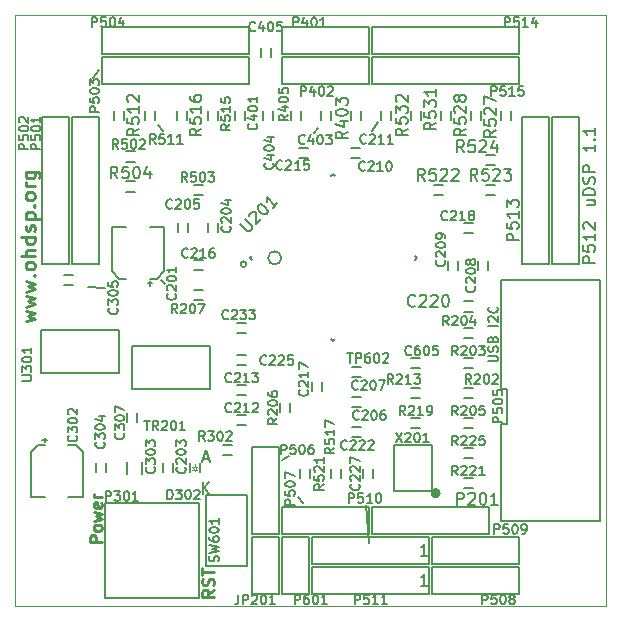
<source format=gto>
%TF.GenerationSoftware,KiCad,Pcbnew,(5.1.0)-1*%
%TF.CreationDate,2019-04-02T22:12:56+01:00*%
%TF.ProjectId,uDSP-1.1,75445350-2d31-42e3-912e-6b696361645f,1.1*%
%TF.SameCoordinates,PX660b0c0PY81b3200*%
%TF.FileFunction,Legend,Top*%
%TF.FilePolarity,Positive*%
%FSLAX46Y46*%
G04 Gerber Fmt 4.6, Leading zero omitted, Abs format (unit mm)*
G04 Created by KiCad (PCBNEW (5.1.0)-1) date 2019-04-02 22:12:56*
%MOMM*%
%LPD*%
G04 APERTURE LIST*
%ADD10C,0.200000*%
%ADD11C,0.250000*%
%ADD12C,0.100000*%
%ADD13C,0.150000*%
%ADD14C,0.500000*%
G04 APERTURE END LIST*
D10*
X25270500Y39988000D02*
X25588000Y40432500D01*
X30160000Y40178500D02*
X30668000Y40940500D01*
X23175000Y12683000D02*
X22603500Y12302000D01*
X23937000Y9190500D02*
X24318000Y8682500D01*
X12507000Y40178500D02*
X12062500Y40686500D01*
X6601500Y44687000D02*
X7046000Y45385500D01*
X12634000Y27224500D02*
X12316500Y27605500D01*
X7554000Y26907000D02*
X6157000Y26970500D01*
X40055904Y20682286D02*
X40703523Y20682286D01*
X40779714Y20720381D01*
X40817809Y20758477D01*
X40855904Y20834667D01*
X40855904Y20987048D01*
X40817809Y21063239D01*
X40779714Y21101334D01*
X40703523Y21139429D01*
X40055904Y21139429D01*
X40817809Y21482286D02*
X40855904Y21596572D01*
X40855904Y21787048D01*
X40817809Y21863239D01*
X40779714Y21901334D01*
X40703523Y21939429D01*
X40627333Y21939429D01*
X40551142Y21901334D01*
X40513047Y21863239D01*
X40474952Y21787048D01*
X40436857Y21634667D01*
X40398761Y21558477D01*
X40360666Y21520381D01*
X40284476Y21482286D01*
X40208285Y21482286D01*
X40132095Y21520381D01*
X40094000Y21558477D01*
X40055904Y21634667D01*
X40055904Y21825143D01*
X40094000Y21939429D01*
X40436857Y22548953D02*
X40474952Y22663239D01*
X40513047Y22701334D01*
X40589238Y22739429D01*
X40703523Y22739429D01*
X40779714Y22701334D01*
X40817809Y22663239D01*
X40855904Y22587048D01*
X40855904Y22282286D01*
X40055904Y22282286D01*
X40055904Y22548953D01*
X40094000Y22625143D01*
X40132095Y22663239D01*
X40208285Y22701334D01*
X40284476Y22701334D01*
X40360666Y22663239D01*
X40398761Y22625143D01*
X40436857Y22548953D01*
X40436857Y22282286D01*
X40855904Y23691810D02*
X40055904Y23691810D01*
X40132095Y24034667D02*
X40094000Y24072762D01*
X40055904Y24148953D01*
X40055904Y24339429D01*
X40094000Y24415620D01*
X40132095Y24453715D01*
X40208285Y24491810D01*
X40284476Y24491810D01*
X40398761Y24453715D01*
X40855904Y23996572D01*
X40855904Y24491810D01*
X40779714Y25291810D02*
X40817809Y25253715D01*
X40855904Y25139429D01*
X40855904Y25063239D01*
X40817809Y24948953D01*
X40741619Y24872762D01*
X40665428Y24834667D01*
X40513047Y24796572D01*
X40398761Y24796572D01*
X40246380Y24834667D01*
X40170190Y24872762D01*
X40094000Y24948953D01*
X40055904Y25063239D01*
X40055904Y25139429D01*
X40094000Y25253715D01*
X40132095Y25291810D01*
D11*
X866857Y24063929D02*
X1666857Y24292500D01*
X1095428Y24521072D01*
X1666857Y24749643D01*
X866857Y24978215D01*
X866857Y25321072D02*
X1666857Y25549643D01*
X1095428Y25778215D01*
X1666857Y26006786D01*
X866857Y26235358D01*
X866857Y26578215D02*
X1666857Y26806786D01*
X1095428Y27035358D01*
X1666857Y27263929D01*
X866857Y27492500D01*
X1552571Y27949643D02*
X1609714Y28006786D01*
X1666857Y27949643D01*
X1609714Y27892500D01*
X1552571Y27949643D01*
X1666857Y27949643D01*
X1666857Y28692500D02*
X1609714Y28578215D01*
X1552571Y28521072D01*
X1438285Y28463929D01*
X1095428Y28463929D01*
X981142Y28521072D01*
X924000Y28578215D01*
X866857Y28692500D01*
X866857Y28863929D01*
X924000Y28978215D01*
X981142Y29035358D01*
X1095428Y29092500D01*
X1438285Y29092500D01*
X1552571Y29035358D01*
X1609714Y28978215D01*
X1666857Y28863929D01*
X1666857Y28692500D01*
X1666857Y29606786D02*
X466857Y29606786D01*
X1666857Y30121072D02*
X1038285Y30121072D01*
X924000Y30063929D01*
X866857Y29949643D01*
X866857Y29778215D01*
X924000Y29663929D01*
X981142Y29606786D01*
X1666857Y31206786D02*
X466857Y31206786D01*
X1609714Y31206786D02*
X1666857Y31092500D01*
X1666857Y30863929D01*
X1609714Y30749643D01*
X1552571Y30692500D01*
X1438285Y30635358D01*
X1095428Y30635358D01*
X981142Y30692500D01*
X924000Y30749643D01*
X866857Y30863929D01*
X866857Y31092500D01*
X924000Y31206786D01*
X1609714Y31721072D02*
X1666857Y31835358D01*
X1666857Y32063929D01*
X1609714Y32178215D01*
X1495428Y32235358D01*
X1438285Y32235358D01*
X1324000Y32178215D01*
X1266857Y32063929D01*
X1266857Y31892500D01*
X1209714Y31778215D01*
X1095428Y31721072D01*
X1038285Y31721072D01*
X924000Y31778215D01*
X866857Y31892500D01*
X866857Y32063929D01*
X924000Y32178215D01*
X866857Y32749643D02*
X2066857Y32749643D01*
X924000Y32749643D02*
X866857Y32863929D01*
X866857Y33092500D01*
X924000Y33206786D01*
X981142Y33263929D01*
X1095428Y33321072D01*
X1438285Y33321072D01*
X1552571Y33263929D01*
X1609714Y33206786D01*
X1666857Y33092500D01*
X1666857Y32863929D01*
X1609714Y32749643D01*
X1552571Y33835358D02*
X1609714Y33892500D01*
X1666857Y33835358D01*
X1609714Y33778215D01*
X1552571Y33835358D01*
X1666857Y33835358D01*
X1666857Y34578215D02*
X1609714Y34463929D01*
X1552571Y34406786D01*
X1438285Y34349643D01*
X1095428Y34349643D01*
X981142Y34406786D01*
X924000Y34463929D01*
X866857Y34578215D01*
X866857Y34749643D01*
X924000Y34863929D01*
X981142Y34921072D01*
X1095428Y34978215D01*
X1438285Y34978215D01*
X1552571Y34921072D01*
X1609714Y34863929D01*
X1666857Y34749643D01*
X1666857Y34578215D01*
X1666857Y35492500D02*
X866857Y35492500D01*
X1095428Y35492500D02*
X981142Y35549643D01*
X924000Y35606786D01*
X866857Y35721072D01*
X866857Y35835358D01*
X866857Y36749643D02*
X1838285Y36749643D01*
X1952571Y36692500D01*
X2009714Y36635358D01*
X2066857Y36521072D01*
X2066857Y36349643D01*
X2009714Y36235358D01*
X1609714Y36749643D02*
X1666857Y36635358D01*
X1666857Y36406786D01*
X1609714Y36292500D01*
X1552571Y36235358D01*
X1438285Y36178215D01*
X1095428Y36178215D01*
X981142Y36235358D01*
X924000Y36292500D01*
X866857Y36406786D01*
X866857Y36635358D01*
X924000Y36749643D01*
X7307880Y5372810D02*
X6307880Y5372810D01*
X6307880Y5753762D01*
X6355500Y5849000D01*
X6403119Y5896620D01*
X6498357Y5944239D01*
X6641214Y5944239D01*
X6736452Y5896620D01*
X6784071Y5849000D01*
X6831690Y5753762D01*
X6831690Y5372810D01*
X7307880Y6515667D02*
X7260261Y6420429D01*
X7212642Y6372810D01*
X7117404Y6325191D01*
X6831690Y6325191D01*
X6736452Y6372810D01*
X6688833Y6420429D01*
X6641214Y6515667D01*
X6641214Y6658524D01*
X6688833Y6753762D01*
X6736452Y6801381D01*
X6831690Y6849000D01*
X7117404Y6849000D01*
X7212642Y6801381D01*
X7260261Y6753762D01*
X7307880Y6658524D01*
X7307880Y6515667D01*
X6641214Y7182334D02*
X7307880Y7372810D01*
X6831690Y7563286D01*
X7307880Y7753762D01*
X6641214Y7944239D01*
X7260261Y8706143D02*
X7307880Y8610905D01*
X7307880Y8420429D01*
X7260261Y8325191D01*
X7165023Y8277572D01*
X6784071Y8277572D01*
X6688833Y8325191D01*
X6641214Y8420429D01*
X6641214Y8610905D01*
X6688833Y8706143D01*
X6784071Y8753762D01*
X6879309Y8753762D01*
X6974547Y8277572D01*
X7307880Y9182334D02*
X6641214Y9182334D01*
X6831690Y9182334D02*
X6736452Y9229953D01*
X6688833Y9277572D01*
X6641214Y9372810D01*
X6641214Y9468048D01*
X16816380Y1338381D02*
X16340190Y1005048D01*
X16816380Y766953D02*
X15816380Y766953D01*
X15816380Y1147905D01*
X15864000Y1243143D01*
X15911619Y1290762D01*
X16006857Y1338381D01*
X16149714Y1338381D01*
X16244952Y1290762D01*
X16292571Y1243143D01*
X16340190Y1147905D01*
X16340190Y766953D01*
X16768761Y1719334D02*
X16816380Y1862191D01*
X16816380Y2100286D01*
X16768761Y2195524D01*
X16721142Y2243143D01*
X16625904Y2290762D01*
X16530666Y2290762D01*
X16435428Y2243143D01*
X16387809Y2195524D01*
X16340190Y2100286D01*
X16292571Y1909810D01*
X16244952Y1814572D01*
X16197333Y1766953D01*
X16102095Y1719334D01*
X16006857Y1719334D01*
X15911619Y1766953D01*
X15864000Y1814572D01*
X15816380Y1909810D01*
X15816380Y2147905D01*
X15864000Y2290762D01*
X15816380Y2576477D02*
X15816380Y3147905D01*
X16816380Y2862191D02*
X15816380Y2862191D01*
D10*
X29715500Y8492000D02*
X29953000Y5315000D01*
D12*
X0Y50000000D02*
X0Y0D01*
X50000000Y50000000D02*
X0Y50000000D01*
X50000000Y0D02*
X50000000Y50000000D01*
X0Y0D02*
X50000000Y0D01*
D10*
X48407714Y34305667D02*
X49074380Y34305667D01*
X48407714Y33877096D02*
X48931523Y33877096D01*
X49026761Y33924715D01*
X49074380Y34019953D01*
X49074380Y34162810D01*
X49026761Y34258048D01*
X48979142Y34305667D01*
X49074380Y34781858D02*
X48074380Y34781858D01*
X48074380Y35019953D01*
X48122000Y35162810D01*
X48217238Y35258048D01*
X48312476Y35305667D01*
X48502952Y35353286D01*
X48645809Y35353286D01*
X48836285Y35305667D01*
X48931523Y35258048D01*
X49026761Y35162810D01*
X49074380Y35019953D01*
X49074380Y34781858D01*
X49026761Y35734239D02*
X49074380Y35877096D01*
X49074380Y36115191D01*
X49026761Y36210429D01*
X48979142Y36258048D01*
X48883904Y36305667D01*
X48788666Y36305667D01*
X48693428Y36258048D01*
X48645809Y36210429D01*
X48598190Y36115191D01*
X48550571Y35924715D01*
X48502952Y35829477D01*
X48455333Y35781858D01*
X48360095Y35734239D01*
X48264857Y35734239D01*
X48169619Y35781858D01*
X48122000Y35829477D01*
X48074380Y35924715D01*
X48074380Y36162810D01*
X48122000Y36305667D01*
X49074380Y36734239D02*
X48074380Y36734239D01*
X48074380Y37115191D01*
X48122000Y37210429D01*
X48169619Y37258048D01*
X48264857Y37305667D01*
X48407714Y37305667D01*
X48502952Y37258048D01*
X48550571Y37210429D01*
X48598190Y37115191D01*
X48598190Y36734239D01*
X49074380Y39019953D02*
X49074380Y38448524D01*
X49074380Y38734239D02*
X48074380Y38734239D01*
X48217238Y38639000D01*
X48312476Y38543762D01*
X48360095Y38448524D01*
X48979142Y39448524D02*
X49026761Y39496143D01*
X49074380Y39448524D01*
X49026761Y39400905D01*
X48979142Y39448524D01*
X49074380Y39448524D01*
X49074380Y40448524D02*
X49074380Y39877096D01*
X49074380Y40162810D02*
X48074380Y40162810D01*
X48217238Y40067572D01*
X48312476Y39972334D01*
X48360095Y39877096D01*
D13*
X17968000Y13622800D02*
X17587000Y13622800D01*
X17968000Y13622800D02*
X18349000Y13622800D01*
X17968000Y12759200D02*
X17587000Y12759200D01*
X17968000Y12759200D02*
X18349000Y12759200D01*
X14742200Y11664500D02*
X14742200Y11283500D01*
X14742200Y11664500D02*
X14742200Y12045500D01*
X15605800Y11664500D02*
X15605800Y11283500D01*
X15605800Y11664500D02*
X15605800Y12045500D01*
D12*
X15174000Y11964500D02*
X15174000Y11764500D01*
X15174000Y11764500D02*
X15374000Y11764500D01*
X15374000Y11764500D02*
X15174000Y11464500D01*
X15174000Y11464500D02*
X14974000Y11764500D01*
X14974000Y11764500D02*
X15174000Y11764500D01*
X15374000Y11464500D02*
X14974000Y11464500D01*
X15174000Y11464500D02*
X15174000Y11364500D01*
D13*
X10715000Y11665000D02*
X10715000Y11131600D01*
X10715000Y11665000D02*
X10715000Y12198400D01*
X9445000Y11665000D02*
X9445000Y11131600D01*
X9445000Y11665000D02*
X9445000Y12198400D01*
X10318800Y15919500D02*
X10318800Y16300500D01*
X10318800Y15919500D02*
X10318800Y15538500D01*
X9455200Y15919500D02*
X9455200Y16300500D01*
X9455200Y15919500D02*
X9455200Y15538500D01*
X7651800Y11665000D02*
X7651800Y12046000D01*
X7651800Y11665000D02*
X7651800Y11284000D01*
X6788200Y11665000D02*
X6788200Y12046000D01*
X6788200Y11665000D02*
X6788200Y11284000D01*
X4500000Y27971800D02*
X4119000Y27971800D01*
X4500000Y27971800D02*
X4881000Y27971800D01*
X4500000Y27108200D02*
X4119000Y27108200D01*
X4500000Y27108200D02*
X4881000Y27108200D01*
X5690000Y11413000D02*
X5690000Y9213000D01*
X5690000Y9213000D02*
X4490000Y9213000D01*
X2490000Y9213000D02*
X1290000Y9213000D01*
X1290000Y9213000D02*
X1290000Y11413000D01*
X1290000Y11413000D02*
X1290000Y13013000D01*
X1290000Y13013000D02*
X1890000Y13613000D01*
X1890000Y13613000D02*
X2490000Y13613000D01*
X5690000Y11413000D02*
X5690000Y13013000D01*
X5690000Y13013000D02*
X5090000Y13613000D01*
X5090000Y13613000D02*
X4490000Y13613000D01*
X2290000Y14013000D02*
X2690000Y14013000D01*
X2490000Y14213000D02*
X2490000Y13813000D01*
X8195000Y29891500D02*
X8195000Y32091500D01*
X8195000Y32091500D02*
X9395000Y32091500D01*
X11395000Y32091500D02*
X12595000Y32091500D01*
X12595000Y32091500D02*
X12595000Y29891500D01*
X12595000Y29891500D02*
X12595000Y28291500D01*
X12595000Y28291500D02*
X11995000Y27691500D01*
X11995000Y27691500D02*
X11395000Y27691500D01*
X8195000Y29891500D02*
X8195000Y28291500D01*
X8195000Y28291500D02*
X8795000Y27691500D01*
X8795000Y27691500D02*
X9395000Y27691500D01*
X11595000Y27291500D02*
X11195000Y27291500D01*
X11395000Y27091500D02*
X11395000Y27491500D01*
X32493000Y3537000D02*
X35033000Y3537000D01*
X32493000Y5823000D02*
X35033000Y5823000D01*
X29953000Y3537000D02*
X32493000Y3537000D01*
X29953000Y5823000D02*
X32493000Y5823000D01*
X25127000Y5823000D02*
X25127000Y3537000D01*
X35033000Y5823000D02*
X35033000Y3537000D01*
X25127000Y5823000D02*
X29953000Y5823000D01*
X29953000Y3537000D02*
X25127000Y3537000D01*
X24923800Y11225000D02*
X24923800Y11606000D01*
X24923800Y11225000D02*
X24923800Y10844000D01*
X24060200Y11225000D02*
X24060200Y11606000D01*
X24060200Y11225000D02*
X24060200Y10844000D01*
X26727200Y11225000D02*
X26727200Y10844000D01*
X26727200Y11225000D02*
X26727200Y11606000D01*
X27590800Y11225000D02*
X27590800Y10844000D01*
X27590800Y11225000D02*
X27590800Y11606000D01*
X45320000Y27580000D02*
X41120000Y27580000D01*
X49520000Y27580000D02*
X45320000Y27580000D01*
X49520000Y7180000D02*
X49520000Y27580000D01*
X41120000Y7180000D02*
X49520000Y7180000D01*
X41120000Y27580000D02*
X41120000Y18380000D01*
X41120000Y18380000D02*
X41620000Y18380000D01*
X41620000Y18380000D02*
X41620000Y15380000D01*
X41620000Y15380000D02*
X41120000Y15380000D01*
X41120000Y15380000D02*
X41120000Y7180000D01*
X32075000Y9715000D02*
X35275000Y9715000D01*
X35275000Y9715000D02*
X35275000Y13615000D01*
X35275000Y13615000D02*
X32075000Y13615000D01*
X32075000Y13615000D02*
X32075000Y9715000D01*
D14*
X35755278Y9515000D02*
G75*
G03X35755278Y9515000I-180278J0D01*
G01*
D13*
X38335000Y24888200D02*
X38716000Y24888200D01*
X38335000Y24888200D02*
X37954000Y24888200D01*
X38335000Y25751800D02*
X38716000Y25751800D01*
X38335000Y25751800D02*
X37954000Y25751800D01*
X12456200Y11667000D02*
X12456200Y11286000D01*
X12456200Y11667000D02*
X12456200Y12048000D01*
X13319800Y11667000D02*
X13319800Y11286000D01*
X13319800Y11667000D02*
X13319800Y12048000D01*
X22514270Y29438019D02*
G75*
G03X22514270Y29438019I-559017J0D01*
G01*
X19553602Y28907689D02*
G75*
G03X19553602Y28907689I-250000J0D01*
G01*
X19833932Y29438019D02*
X20010709Y29614796D01*
X19833932Y29438019D02*
X20010709Y29261242D01*
X26728223Y36332310D02*
X26905000Y36509087D01*
X26905000Y36509087D02*
X27081777Y36332310D01*
X33799291Y29614796D02*
X33976068Y29438019D01*
X33976068Y29438019D02*
X33799291Y29261242D01*
X27081777Y22543728D02*
X26905000Y22366951D01*
X26728223Y22543728D02*
X26905000Y22366951D01*
X33890000Y17583200D02*
X34271000Y17583200D01*
X33890000Y17583200D02*
X33509000Y17583200D01*
X33890000Y18446800D02*
X34271000Y18446800D01*
X33890000Y18446800D02*
X33509000Y18446800D01*
X20758200Y46844000D02*
X20758200Y46463000D01*
X20758200Y46844000D02*
X20758200Y47225000D01*
X21621800Y46844000D02*
X21621800Y46463000D01*
X21621800Y46844000D02*
X21621800Y47225000D01*
X19462800Y41510000D02*
X19462800Y41891000D01*
X19462800Y41510000D02*
X19462800Y41129000D01*
X18599200Y41510000D02*
X18599200Y41891000D01*
X18599200Y41510000D02*
X18599200Y41129000D01*
X25838200Y41510000D02*
X25838200Y41129000D01*
X25838200Y41510000D02*
X25838200Y41891000D01*
X26701800Y41510000D02*
X26701800Y41129000D01*
X26701800Y41510000D02*
X26701800Y41891000D01*
X20948700Y41510000D02*
X20948700Y41129000D01*
X20948700Y41510000D02*
X20948700Y41891000D01*
X21812300Y41510000D02*
X21812300Y41129000D01*
X21812300Y41510000D02*
X21812300Y41891000D01*
X24161800Y41510000D02*
X24161800Y41891000D01*
X24161800Y41510000D02*
X24161800Y41129000D01*
X23298200Y41510000D02*
X23298200Y41891000D01*
X23298200Y41510000D02*
X23298200Y41129000D01*
X28378200Y41510000D02*
X28378200Y41129000D01*
X28378200Y41510000D02*
X28378200Y41891000D01*
X29241800Y41510000D02*
X29241800Y41129000D01*
X29241800Y41510000D02*
X29241800Y41891000D01*
X40113000Y3537000D02*
X42653000Y3537000D01*
X40113000Y5823000D02*
X42653000Y5823000D01*
X35287000Y5823000D02*
X35287000Y3537000D01*
X42653000Y5823000D02*
X42653000Y3537000D01*
X35287000Y5823000D02*
X40113000Y5823000D01*
X40113000Y3537000D02*
X35287000Y3537000D01*
X29408200Y11225000D02*
X29408200Y10844000D01*
X29408200Y11225000D02*
X29408200Y11606000D01*
X30271800Y11225000D02*
X30271800Y10844000D01*
X30271800Y11225000D02*
X30271800Y11606000D01*
X47733000Y33763000D02*
X47733000Y28937000D01*
X45447000Y28937000D02*
X45447000Y33763000D01*
X45447000Y41383000D02*
X47733000Y41383000D01*
X45447000Y28937000D02*
X47733000Y28937000D01*
X45447000Y33763000D02*
X45447000Y36303000D01*
X47733000Y33763000D02*
X47733000Y36303000D01*
X45447000Y36303000D02*
X45447000Y38843000D01*
X47733000Y36303000D02*
X47733000Y38843000D01*
X45447000Y41383000D02*
X45447000Y38716000D01*
X47733000Y38843000D02*
X47733000Y41383000D01*
X14509800Y41510000D02*
X14509800Y41891000D01*
X14509800Y41510000D02*
X14509800Y41129000D01*
X13646200Y41510000D02*
X13646200Y41891000D01*
X13646200Y41510000D02*
X13646200Y41129000D01*
X35795000Y35591800D02*
X35414000Y35591800D01*
X35795000Y35591800D02*
X36176000Y35591800D01*
X35795000Y34728200D02*
X35414000Y34728200D01*
X35795000Y34728200D02*
X36176000Y34728200D01*
X40240000Y35591800D02*
X39859000Y35591800D01*
X40240000Y35591800D02*
X40621000Y35591800D01*
X40240000Y34728200D02*
X39859000Y34728200D01*
X40240000Y34728200D02*
X40621000Y34728200D01*
X40240000Y38131800D02*
X39859000Y38131800D01*
X40240000Y38131800D02*
X40621000Y38131800D01*
X40240000Y37268200D02*
X39859000Y37268200D01*
X40240000Y37268200D02*
X40621000Y37268200D01*
X16313200Y41510000D02*
X16313200Y41129000D01*
X16313200Y41510000D02*
X16313200Y41891000D01*
X17176800Y41510000D02*
X17176800Y41129000D01*
X17176800Y41510000D02*
X17176800Y41891000D01*
X38538200Y41510000D02*
X38538200Y41129000D01*
X38538200Y41510000D02*
X38538200Y41891000D01*
X39401800Y41510000D02*
X39401800Y41129000D01*
X39401800Y41510000D02*
X39401800Y41891000D01*
X35998200Y41510000D02*
X35998200Y41129000D01*
X35998200Y41510000D02*
X35998200Y41891000D01*
X36861800Y41510000D02*
X36861800Y41129000D01*
X36861800Y41510000D02*
X36861800Y41891000D01*
X33458200Y41510000D02*
X33458200Y41129000D01*
X33458200Y41510000D02*
X33458200Y41891000D01*
X34321800Y41510000D02*
X34321800Y41129000D01*
X34321800Y41510000D02*
X34321800Y41891000D01*
X41078200Y41510000D02*
X41078200Y41129000D01*
X41078200Y41510000D02*
X41078200Y41891000D01*
X41941800Y41510000D02*
X41941800Y41129000D01*
X41941800Y41510000D02*
X41941800Y41891000D01*
X9760000Y38451300D02*
X9379000Y38451300D01*
X9760000Y38451300D02*
X10141000Y38451300D01*
X9760000Y37587700D02*
X9379000Y37587700D01*
X9760000Y37587700D02*
X10141000Y37587700D01*
X15475000Y35591800D02*
X15094000Y35591800D01*
X15475000Y35591800D02*
X15856000Y35591800D01*
X15475000Y34728200D02*
X15094000Y34728200D01*
X15475000Y34728200D02*
X15856000Y34728200D01*
X9760000Y35911300D02*
X9379000Y35911300D01*
X9760000Y35911300D02*
X10141000Y35911300D01*
X9760000Y35047700D02*
X9379000Y35047700D01*
X9760000Y35047700D02*
X10141000Y35047700D01*
X9175800Y41510000D02*
X9175800Y41891000D01*
X9175800Y41510000D02*
X9175800Y41129000D01*
X8312200Y41510000D02*
X8312200Y41891000D01*
X8312200Y41510000D02*
X8312200Y41129000D01*
X11842800Y41510000D02*
X11842800Y41891000D01*
X11842800Y41510000D02*
X11842800Y41129000D01*
X10979200Y41510000D02*
X10979200Y41891000D01*
X10979200Y41510000D02*
X10979200Y41129000D01*
X15475000Y26701800D02*
X15094000Y26701800D01*
X15475000Y26701800D02*
X15856000Y26701800D01*
X15475000Y25838200D02*
X15094000Y25838200D01*
X15475000Y25838200D02*
X15856000Y25838200D01*
X19638000Y9331000D02*
X17888000Y9331000D01*
X19638000Y3331000D02*
X19638000Y9331000D01*
X16138000Y3331000D02*
X19638000Y3331000D01*
X16138000Y9331000D02*
X16138000Y3331000D01*
X17888000Y9331000D02*
X16138000Y9331000D01*
X33890000Y20986800D02*
X33509000Y20986800D01*
X33890000Y20986800D02*
X34271000Y20986800D01*
X33890000Y20123200D02*
X33509000Y20123200D01*
X33890000Y20123200D02*
X34271000Y20123200D01*
X38335000Y13366800D02*
X37954000Y13366800D01*
X38335000Y13366800D02*
X38716000Y13366800D01*
X38335000Y12503200D02*
X37954000Y12503200D01*
X38335000Y12503200D02*
X38716000Y12503200D01*
X38335000Y10826800D02*
X37954000Y10826800D01*
X38335000Y10826800D02*
X38716000Y10826800D01*
X38335000Y9963200D02*
X37954000Y9963200D01*
X38335000Y9963200D02*
X38716000Y9963200D01*
X33890000Y15906800D02*
X33509000Y15906800D01*
X33890000Y15906800D02*
X34271000Y15906800D01*
X33890000Y15043200D02*
X33509000Y15043200D01*
X33890000Y15043200D02*
X34271000Y15043200D01*
X28890000Y14283200D02*
X29271000Y14283200D01*
X28890000Y14283200D02*
X28509000Y14283200D01*
X28890000Y15146800D02*
X29271000Y15146800D01*
X28890000Y15146800D02*
X28509000Y15146800D01*
X38335000Y22663200D02*
X38716000Y22663200D01*
X38335000Y22663200D02*
X37954000Y22663200D01*
X38335000Y23526800D02*
X38716000Y23526800D01*
X38335000Y23526800D02*
X37954000Y23526800D01*
X38335000Y15043200D02*
X38716000Y15043200D01*
X38335000Y15043200D02*
X37954000Y15043200D01*
X38335000Y15906800D02*
X38716000Y15906800D01*
X38335000Y15906800D02*
X37954000Y15906800D01*
X38335000Y20123200D02*
X38716000Y20123200D01*
X38335000Y20123200D02*
X37954000Y20123200D01*
X38335000Y20986800D02*
X38716000Y20986800D01*
X38335000Y20986800D02*
X37954000Y20986800D01*
X38335000Y17583200D02*
X38716000Y17583200D01*
X38335000Y17583200D02*
X37954000Y17583200D01*
X38335000Y18446800D02*
X38716000Y18446800D01*
X38335000Y18446800D02*
X37954000Y18446800D01*
X16489000Y21974000D02*
X16489000Y20174000D01*
X9889000Y21974000D02*
X16489000Y21974000D01*
X9889000Y18374000D02*
X9889000Y21974000D01*
X16489000Y18374000D02*
X9889000Y18374000D01*
X16489000Y20174000D02*
X16489000Y18374000D01*
X22333000Y10903000D02*
X22333000Y6077000D01*
X20047000Y6077000D02*
X20047000Y10903000D01*
X20047000Y13443000D02*
X22333000Y13443000D01*
X20047000Y6077000D02*
X22333000Y6077000D01*
X20047000Y10903000D02*
X20047000Y13443000D01*
X22333000Y10903000D02*
X22333000Y13443000D01*
X40113000Y997000D02*
X35287000Y997000D01*
X35287000Y3283000D02*
X40113000Y3283000D01*
X42653000Y3283000D02*
X42653000Y997000D01*
X35287000Y3283000D02*
X35287000Y997000D01*
X40113000Y3283000D02*
X42653000Y3283000D01*
X40113000Y997000D02*
X42653000Y997000D01*
X25127000Y8363000D02*
X29953000Y8363000D01*
X29953000Y6077000D02*
X25127000Y6077000D01*
X22587000Y6077000D02*
X22587000Y8363000D01*
X29953000Y6077000D02*
X29953000Y8363000D01*
X25127000Y6077000D02*
X22587000Y6077000D01*
X25127000Y8363000D02*
X22587000Y8363000D01*
X29953000Y997000D02*
X25127000Y997000D01*
X25127000Y3283000D02*
X29953000Y3283000D01*
X35033000Y3283000D02*
X35033000Y997000D01*
X25127000Y3283000D02*
X25127000Y997000D01*
X29953000Y3283000D02*
X32493000Y3283000D01*
X29953000Y997000D02*
X32493000Y997000D01*
X32493000Y3283000D02*
X35033000Y3283000D01*
X32493000Y997000D02*
X35033000Y997000D01*
X14967000Y49003000D02*
X19793000Y49003000D01*
X19793000Y46717000D02*
X14967000Y46717000D01*
X7347000Y46717000D02*
X7347000Y49003000D01*
X19793000Y46717000D02*
X19793000Y49003000D01*
X14967000Y46717000D02*
X12427000Y46717000D01*
X14967000Y49003000D02*
X12427000Y49003000D01*
X12427000Y46717000D02*
X9887000Y46717000D01*
X12427000Y49003000D02*
X9887000Y49003000D01*
X7347000Y46717000D02*
X10014000Y46717000D01*
X9887000Y49003000D02*
X7347000Y49003000D01*
X14967000Y46463000D02*
X19793000Y46463000D01*
X19793000Y44177000D02*
X14967000Y44177000D01*
X7347000Y44177000D02*
X7347000Y46463000D01*
X19793000Y44177000D02*
X19793000Y46463000D01*
X14967000Y44177000D02*
X12427000Y44177000D01*
X14967000Y46463000D02*
X12427000Y46463000D01*
X12427000Y44177000D02*
X9887000Y44177000D01*
X12427000Y46463000D02*
X9887000Y46463000D01*
X7347000Y44177000D02*
X10014000Y44177000D01*
X9887000Y46463000D02*
X7347000Y46463000D01*
X2267000Y36557000D02*
X2267000Y41383000D01*
X4553000Y41383000D02*
X4553000Y36557000D01*
X4553000Y28937000D02*
X2267000Y28937000D01*
X4553000Y41383000D02*
X2267000Y41383000D01*
X4553000Y36557000D02*
X4553000Y34017000D01*
X2267000Y36557000D02*
X2267000Y34017000D01*
X4553000Y34017000D02*
X4553000Y31477000D01*
X2267000Y34017000D02*
X2267000Y31477000D01*
X4553000Y28937000D02*
X4553000Y31604000D01*
X2267000Y31477000D02*
X2267000Y28937000D01*
X4807000Y36557000D02*
X4807000Y41383000D01*
X7093000Y41383000D02*
X7093000Y36557000D01*
X7093000Y28937000D02*
X4807000Y28937000D01*
X7093000Y41383000D02*
X4807000Y41383000D01*
X7093000Y36557000D02*
X7093000Y34017000D01*
X4807000Y36557000D02*
X4807000Y34017000D01*
X7093000Y34017000D02*
X7093000Y31477000D01*
X4807000Y34017000D02*
X4807000Y31477000D01*
X7093000Y28937000D02*
X7093000Y31604000D01*
X4807000Y31477000D02*
X4807000Y28937000D01*
X37827000Y46463000D02*
X42653000Y46463000D01*
X42653000Y44177000D02*
X37827000Y44177000D01*
X30207000Y44177000D02*
X30207000Y46463000D01*
X42653000Y44177000D02*
X42653000Y46463000D01*
X37827000Y44177000D02*
X35287000Y44177000D01*
X37827000Y46463000D02*
X35287000Y46463000D01*
X35287000Y44177000D02*
X32747000Y44177000D01*
X35287000Y46463000D02*
X32747000Y46463000D01*
X30207000Y44177000D02*
X32874000Y44177000D01*
X32747000Y46463000D02*
X30207000Y46463000D01*
X37827000Y49003000D02*
X42653000Y49003000D01*
X42653000Y46717000D02*
X37827000Y46717000D01*
X30207000Y46717000D02*
X30207000Y49003000D01*
X42653000Y46717000D02*
X42653000Y49003000D01*
X37827000Y46717000D02*
X35287000Y46717000D01*
X37827000Y49003000D02*
X35287000Y49003000D01*
X35287000Y46717000D02*
X32747000Y46717000D01*
X35287000Y49003000D02*
X32747000Y49003000D01*
X30207000Y46717000D02*
X32874000Y46717000D01*
X32747000Y49003000D02*
X30207000Y49003000D01*
X45193000Y33763000D02*
X45193000Y28937000D01*
X42907000Y28937000D02*
X42907000Y33763000D01*
X42907000Y41383000D02*
X45193000Y41383000D01*
X42907000Y28937000D02*
X45193000Y28937000D01*
X42907000Y33763000D02*
X42907000Y36303000D01*
X45193000Y33763000D02*
X45193000Y36303000D01*
X42907000Y36303000D02*
X42907000Y38843000D01*
X45193000Y36303000D02*
X45193000Y38843000D01*
X42907000Y41383000D02*
X42907000Y38716000D01*
X45193000Y38843000D02*
X45193000Y41383000D01*
X27413000Y44177000D02*
X22587000Y44177000D01*
X22587000Y46463000D02*
X27413000Y46463000D01*
X29953000Y46463000D02*
X29953000Y44177000D01*
X22587000Y46463000D02*
X22587000Y44177000D01*
X27413000Y46463000D02*
X29953000Y46463000D01*
X27413000Y44177000D02*
X29953000Y44177000D01*
X27413000Y46717000D02*
X22587000Y46717000D01*
X22587000Y49003000D02*
X27413000Y49003000D01*
X29953000Y49003000D02*
X29953000Y46717000D01*
X22587000Y49003000D02*
X22587000Y46717000D01*
X27413000Y49003000D02*
X29953000Y49003000D01*
X27413000Y46717000D02*
X29953000Y46717000D01*
X35287000Y8363000D02*
X40113000Y8363000D01*
X40113000Y6077000D02*
X35287000Y6077000D01*
X30207000Y6077000D02*
X30207000Y8363000D01*
X40113000Y6077000D02*
X40113000Y8363000D01*
X35287000Y6077000D02*
X32747000Y6077000D01*
X35287000Y8363000D02*
X32747000Y8363000D01*
X32747000Y6077000D02*
X30207000Y6077000D01*
X32747000Y8363000D02*
X30207000Y8363000D01*
X20047000Y997000D02*
X22333000Y997000D01*
X20047000Y5823000D02*
X22333000Y5823000D01*
X20047000Y997000D02*
X20047000Y5823000D01*
X22333000Y5823000D02*
X22333000Y997000D01*
X22587000Y997000D02*
X24873000Y997000D01*
X22587000Y5823000D02*
X24873000Y5823000D01*
X22587000Y997000D02*
X22587000Y5823000D01*
X24873000Y5823000D02*
X24873000Y997000D01*
X22409200Y16745000D02*
X22409200Y16364000D01*
X22409200Y16745000D02*
X22409200Y17126000D01*
X23272800Y16745000D02*
X23272800Y16364000D01*
X23272800Y16745000D02*
X23272800Y17126000D01*
X19158000Y18700800D02*
X18777000Y18700800D01*
X19158000Y18700800D02*
X19539000Y18700800D01*
X19158000Y17837200D02*
X18777000Y17837200D01*
X19158000Y17837200D02*
X19539000Y17837200D01*
X19158000Y16160800D02*
X18777000Y16160800D01*
X19158000Y16160800D02*
X19539000Y16160800D01*
X19158000Y15297200D02*
X18777000Y15297200D01*
X19158000Y15297200D02*
X19539000Y15297200D01*
X19158000Y23044200D02*
X19539000Y23044200D01*
X19158000Y23044200D02*
X18777000Y23044200D01*
X19158000Y23907800D02*
X19539000Y23907800D01*
X19158000Y23907800D02*
X18777000Y23907800D01*
X19158000Y20377200D02*
X19539000Y20377200D01*
X19158000Y20377200D02*
X18777000Y20377200D01*
X19158000Y21240800D02*
X19539000Y21240800D01*
X19158000Y21240800D02*
X18777000Y21240800D01*
X38335000Y32416800D02*
X37954000Y32416800D01*
X38335000Y32416800D02*
X38716000Y32416800D01*
X38335000Y31553200D02*
X37954000Y31553200D01*
X38335000Y31553200D02*
X38716000Y31553200D01*
X25939800Y18523000D02*
X25939800Y18904000D01*
X25939800Y18523000D02*
X25939800Y18142000D01*
X25076200Y18523000D02*
X25076200Y18904000D01*
X25076200Y18523000D02*
X25076200Y18142000D01*
X24365000Y38766800D02*
X23984000Y38766800D01*
X24365000Y38766800D02*
X24746000Y38766800D01*
X24365000Y37903200D02*
X23984000Y37903200D01*
X24365000Y37903200D02*
X24746000Y37903200D01*
X30918200Y41510000D02*
X30918200Y41129000D01*
X30918200Y41510000D02*
X30918200Y41891000D01*
X31781800Y41510000D02*
X31781800Y41129000D01*
X31781800Y41510000D02*
X31781800Y41891000D01*
X28810000Y37903200D02*
X29191000Y37903200D01*
X28810000Y37903200D02*
X28429000Y37903200D01*
X28810000Y38766800D02*
X29191000Y38766800D01*
X28810000Y38766800D02*
X28429000Y38766800D01*
X36633200Y28810000D02*
X36633200Y28429000D01*
X36633200Y28810000D02*
X36633200Y29191000D01*
X37496800Y28810000D02*
X37496800Y28429000D01*
X37496800Y28810000D02*
X37496800Y29191000D01*
X39173200Y28810000D02*
X39173200Y28429000D01*
X39173200Y28810000D02*
X39173200Y29191000D01*
X40036800Y28810000D02*
X40036800Y28429000D01*
X40036800Y28810000D02*
X40036800Y29191000D01*
X28890000Y19363200D02*
X29271000Y19363200D01*
X28890000Y19363200D02*
X28509000Y19363200D01*
X28890000Y20226800D02*
X29271000Y20226800D01*
X28890000Y20226800D02*
X28509000Y20226800D01*
X28890000Y16823200D02*
X29271000Y16823200D01*
X28890000Y16823200D02*
X28509000Y16823200D01*
X28890000Y17686800D02*
X29271000Y17686800D01*
X28890000Y17686800D02*
X28509000Y17686800D01*
X13773200Y31985000D02*
X13773200Y31604000D01*
X13773200Y31985000D02*
X13773200Y32366000D01*
X14636800Y31985000D02*
X14636800Y31604000D01*
X14636800Y31985000D02*
X14636800Y32366000D01*
X16313200Y31985000D02*
X16313200Y31604000D01*
X16313200Y31985000D02*
X16313200Y32366000D01*
X17176800Y31985000D02*
X17176800Y31604000D01*
X17176800Y31985000D02*
X17176800Y32366000D01*
X15475000Y28378200D02*
X15856000Y28378200D01*
X15475000Y28378200D02*
X15094000Y28378200D01*
X15475000Y29241800D02*
X15856000Y29241800D01*
X15475000Y29241800D02*
X15094000Y29241800D01*
X7570000Y6680000D02*
X7570000Y4680000D01*
X15570000Y8680000D02*
X7570000Y8680000D01*
X15570000Y2680000D02*
X15570000Y6680000D01*
X7570000Y680000D02*
X15570000Y680000D01*
X7570000Y4680000D02*
X7570000Y2680000D01*
X7570000Y680000D02*
X7570000Y2680000D01*
X7570000Y6680000D02*
X7570000Y8680000D01*
X15570000Y8680000D02*
X15570000Y6680000D01*
X15570000Y2680000D02*
X15570000Y680000D01*
X2200000Y19700000D02*
X2200000Y21500000D01*
X8800000Y19700000D02*
X2200000Y19700000D01*
X8800000Y23300000D02*
X8800000Y19700000D01*
X2200000Y23300000D02*
X8800000Y23300000D01*
X2200000Y21500000D02*
X2200000Y23300000D01*
X16040261Y13970096D02*
X15773595Y14351048D01*
X15583119Y13970096D02*
X15583119Y14770096D01*
X15887880Y14770096D01*
X15964071Y14732000D01*
X16002166Y14693905D01*
X16040261Y14617715D01*
X16040261Y14503429D01*
X16002166Y14427239D01*
X15964071Y14389143D01*
X15887880Y14351048D01*
X15583119Y14351048D01*
X16306928Y14770096D02*
X16802166Y14770096D01*
X16535500Y14465334D01*
X16649785Y14465334D01*
X16725976Y14427239D01*
X16764071Y14389143D01*
X16802166Y14312953D01*
X16802166Y14122477D01*
X16764071Y14046286D01*
X16725976Y14008191D01*
X16649785Y13970096D01*
X16421214Y13970096D01*
X16345023Y14008191D01*
X16306928Y14046286D01*
X17297404Y14770096D02*
X17373595Y14770096D01*
X17449785Y14732000D01*
X17487880Y14693905D01*
X17525976Y14617715D01*
X17564071Y14465334D01*
X17564071Y14274858D01*
X17525976Y14122477D01*
X17487880Y14046286D01*
X17449785Y14008191D01*
X17373595Y13970096D01*
X17297404Y13970096D01*
X17221214Y14008191D01*
X17183119Y14046286D01*
X17145023Y14122477D01*
X17106928Y14274858D01*
X17106928Y14465334D01*
X17145023Y14617715D01*
X17183119Y14693905D01*
X17221214Y14732000D01*
X17297404Y14770096D01*
X17868833Y14693905D02*
X17906928Y14732000D01*
X17983119Y14770096D01*
X18173595Y14770096D01*
X18249785Y14732000D01*
X18287880Y14693905D01*
X18325976Y14617715D01*
X18325976Y14541524D01*
X18287880Y14427239D01*
X17830738Y13970096D01*
X18325976Y13970096D01*
X12852619Y9017096D02*
X12852619Y9817096D01*
X13043095Y9817096D01*
X13157380Y9779000D01*
X13233571Y9702810D01*
X13271666Y9626620D01*
X13309761Y9474239D01*
X13309761Y9359953D01*
X13271666Y9207572D01*
X13233571Y9131381D01*
X13157380Y9055191D01*
X13043095Y9017096D01*
X12852619Y9017096D01*
X13576428Y9817096D02*
X14071666Y9817096D01*
X13805000Y9512334D01*
X13919285Y9512334D01*
X13995476Y9474239D01*
X14033571Y9436143D01*
X14071666Y9359953D01*
X14071666Y9169477D01*
X14033571Y9093286D01*
X13995476Y9055191D01*
X13919285Y9017096D01*
X13690714Y9017096D01*
X13614523Y9055191D01*
X13576428Y9093286D01*
X14566904Y9817096D02*
X14643095Y9817096D01*
X14719285Y9779000D01*
X14757380Y9740905D01*
X14795476Y9664715D01*
X14833571Y9512334D01*
X14833571Y9321858D01*
X14795476Y9169477D01*
X14757380Y9093286D01*
X14719285Y9055191D01*
X14643095Y9017096D01*
X14566904Y9017096D01*
X14490714Y9055191D01*
X14452619Y9093286D01*
X14414523Y9169477D01*
X14376428Y9321858D01*
X14376428Y9512334D01*
X14414523Y9664715D01*
X14452619Y9740905D01*
X14490714Y9779000D01*
X14566904Y9817096D01*
X15138333Y9740905D02*
X15176428Y9779000D01*
X15252619Y9817096D01*
X15443095Y9817096D01*
X15519285Y9779000D01*
X15557380Y9740905D01*
X15595476Y9664715D01*
X15595476Y9588524D01*
X15557380Y9474239D01*
X15100238Y9017096D01*
X15595476Y9017096D01*
X15871904Y12450834D02*
X16348095Y12450834D01*
X15776666Y12165120D02*
X16110000Y13165120D01*
X16443333Y12165120D01*
X15848095Y9434620D02*
X15848095Y10434620D01*
X16419523Y9434620D02*
X15990952Y10006048D01*
X16419523Y10434620D02*
X15848095Y9863191D01*
X11760214Y11722262D02*
X11798309Y11684167D01*
X11836404Y11569881D01*
X11836404Y11493691D01*
X11798309Y11379405D01*
X11722119Y11303215D01*
X11645928Y11265120D01*
X11493547Y11227024D01*
X11379261Y11227024D01*
X11226880Y11265120D01*
X11150690Y11303215D01*
X11074500Y11379405D01*
X11036404Y11493691D01*
X11036404Y11569881D01*
X11074500Y11684167D01*
X11112595Y11722262D01*
X11036404Y11988929D02*
X11036404Y12484167D01*
X11341166Y12217500D01*
X11341166Y12331786D01*
X11379261Y12407977D01*
X11417357Y12446072D01*
X11493547Y12484167D01*
X11684023Y12484167D01*
X11760214Y12446072D01*
X11798309Y12407977D01*
X11836404Y12331786D01*
X11836404Y12103215D01*
X11798309Y12027024D01*
X11760214Y11988929D01*
X11036404Y12979405D02*
X11036404Y13055596D01*
X11074500Y13131786D01*
X11112595Y13169881D01*
X11188785Y13207977D01*
X11341166Y13246072D01*
X11531642Y13246072D01*
X11684023Y13207977D01*
X11760214Y13169881D01*
X11798309Y13131786D01*
X11836404Y13055596D01*
X11836404Y12979405D01*
X11798309Y12903215D01*
X11760214Y12865120D01*
X11684023Y12827024D01*
X11531642Y12788929D01*
X11341166Y12788929D01*
X11188785Y12827024D01*
X11112595Y12865120D01*
X11074500Y12903215D01*
X11036404Y12979405D01*
X11036404Y13512739D02*
X11036404Y14007977D01*
X11341166Y13741310D01*
X11341166Y13855596D01*
X11379261Y13931786D01*
X11417357Y13969881D01*
X11493547Y14007977D01*
X11684023Y14007977D01*
X11760214Y13969881D01*
X11798309Y13931786D01*
X11836404Y13855596D01*
X11836404Y13627024D01*
X11798309Y13550834D01*
X11760214Y13512739D01*
X9156714Y14579762D02*
X9194809Y14541667D01*
X9232904Y14427381D01*
X9232904Y14351191D01*
X9194809Y14236905D01*
X9118619Y14160715D01*
X9042428Y14122620D01*
X8890047Y14084524D01*
X8775761Y14084524D01*
X8623380Y14122620D01*
X8547190Y14160715D01*
X8471000Y14236905D01*
X8432904Y14351191D01*
X8432904Y14427381D01*
X8471000Y14541667D01*
X8509095Y14579762D01*
X8432904Y14846429D02*
X8432904Y15341667D01*
X8737666Y15075000D01*
X8737666Y15189286D01*
X8775761Y15265477D01*
X8813857Y15303572D01*
X8890047Y15341667D01*
X9080523Y15341667D01*
X9156714Y15303572D01*
X9194809Y15265477D01*
X9232904Y15189286D01*
X9232904Y14960715D01*
X9194809Y14884524D01*
X9156714Y14846429D01*
X8432904Y15836905D02*
X8432904Y15913096D01*
X8471000Y15989286D01*
X8509095Y16027381D01*
X8585285Y16065477D01*
X8737666Y16103572D01*
X8928142Y16103572D01*
X9080523Y16065477D01*
X9156714Y16027381D01*
X9194809Y15989286D01*
X9232904Y15913096D01*
X9232904Y15836905D01*
X9194809Y15760715D01*
X9156714Y15722620D01*
X9080523Y15684524D01*
X8928142Y15646429D01*
X8737666Y15646429D01*
X8585285Y15684524D01*
X8509095Y15722620D01*
X8471000Y15760715D01*
X8432904Y15836905D01*
X8432904Y16370239D02*
X8432904Y16903572D01*
X9232904Y16560715D01*
X7505714Y13817762D02*
X7543809Y13779667D01*
X7581904Y13665381D01*
X7581904Y13589191D01*
X7543809Y13474905D01*
X7467619Y13398715D01*
X7391428Y13360620D01*
X7239047Y13322524D01*
X7124761Y13322524D01*
X6972380Y13360620D01*
X6896190Y13398715D01*
X6820000Y13474905D01*
X6781904Y13589191D01*
X6781904Y13665381D01*
X6820000Y13779667D01*
X6858095Y13817762D01*
X6781904Y14084429D02*
X6781904Y14579667D01*
X7086666Y14313000D01*
X7086666Y14427286D01*
X7124761Y14503477D01*
X7162857Y14541572D01*
X7239047Y14579667D01*
X7429523Y14579667D01*
X7505714Y14541572D01*
X7543809Y14503477D01*
X7581904Y14427286D01*
X7581904Y14198715D01*
X7543809Y14122524D01*
X7505714Y14084429D01*
X6781904Y15074905D02*
X6781904Y15151096D01*
X6820000Y15227286D01*
X6858095Y15265381D01*
X6934285Y15303477D01*
X7086666Y15341572D01*
X7277142Y15341572D01*
X7429523Y15303477D01*
X7505714Y15265381D01*
X7543809Y15227286D01*
X7581904Y15151096D01*
X7581904Y15074905D01*
X7543809Y14998715D01*
X7505714Y14960620D01*
X7429523Y14922524D01*
X7277142Y14884429D01*
X7086666Y14884429D01*
X6934285Y14922524D01*
X6858095Y14960620D01*
X6820000Y14998715D01*
X6781904Y15074905D01*
X7048571Y16027286D02*
X7581904Y16027286D01*
X6743809Y15836810D02*
X7315238Y15646334D01*
X7315238Y16141572D01*
X8601714Y25186262D02*
X8639809Y25148167D01*
X8677904Y25033881D01*
X8677904Y24957691D01*
X8639809Y24843405D01*
X8563619Y24767215D01*
X8487428Y24729120D01*
X8335047Y24691024D01*
X8220761Y24691024D01*
X8068380Y24729120D01*
X7992190Y24767215D01*
X7916000Y24843405D01*
X7877904Y24957691D01*
X7877904Y25033881D01*
X7916000Y25148167D01*
X7954095Y25186262D01*
X7877904Y25452929D02*
X7877904Y25948167D01*
X8182666Y25681500D01*
X8182666Y25795786D01*
X8220761Y25871977D01*
X8258857Y25910072D01*
X8335047Y25948167D01*
X8525523Y25948167D01*
X8601714Y25910072D01*
X8639809Y25871977D01*
X8677904Y25795786D01*
X8677904Y25567215D01*
X8639809Y25491024D01*
X8601714Y25452929D01*
X7877904Y26443405D02*
X7877904Y26519596D01*
X7916000Y26595786D01*
X7954095Y26633881D01*
X8030285Y26671977D01*
X8182666Y26710072D01*
X8373142Y26710072D01*
X8525523Y26671977D01*
X8601714Y26633881D01*
X8639809Y26595786D01*
X8677904Y26519596D01*
X8677904Y26443405D01*
X8639809Y26367215D01*
X8601714Y26329120D01*
X8525523Y26291024D01*
X8373142Y26252929D01*
X8182666Y26252929D01*
X8030285Y26291024D01*
X7954095Y26329120D01*
X7916000Y26367215D01*
X7877904Y26443405D01*
X7877904Y27433881D02*
X7877904Y27052929D01*
X8258857Y27014834D01*
X8220761Y27052929D01*
X8182666Y27129120D01*
X8182666Y27319596D01*
X8220761Y27395786D01*
X8258857Y27433881D01*
X8335047Y27471977D01*
X8525523Y27471977D01*
X8601714Y27433881D01*
X8639809Y27395786D01*
X8677904Y27319596D01*
X8677904Y27129120D01*
X8639809Y27052929D01*
X8601714Y27014834D01*
X5172714Y14391262D02*
X5210809Y14353167D01*
X5248904Y14238881D01*
X5248904Y14162691D01*
X5210809Y14048405D01*
X5134619Y13972215D01*
X5058428Y13934120D01*
X4906047Y13896024D01*
X4791761Y13896024D01*
X4639380Y13934120D01*
X4563190Y13972215D01*
X4487000Y14048405D01*
X4448904Y14162691D01*
X4448904Y14238881D01*
X4487000Y14353167D01*
X4525095Y14391262D01*
X4448904Y14657929D02*
X4448904Y15153167D01*
X4753666Y14886500D01*
X4753666Y15000786D01*
X4791761Y15076977D01*
X4829857Y15115072D01*
X4906047Y15153167D01*
X5096523Y15153167D01*
X5172714Y15115072D01*
X5210809Y15076977D01*
X5248904Y15000786D01*
X5248904Y14772215D01*
X5210809Y14696024D01*
X5172714Y14657929D01*
X4448904Y15648405D02*
X4448904Y15724596D01*
X4487000Y15800786D01*
X4525095Y15838881D01*
X4601285Y15876977D01*
X4753666Y15915072D01*
X4944142Y15915072D01*
X5096523Y15876977D01*
X5172714Y15838881D01*
X5210809Y15800786D01*
X5248904Y15724596D01*
X5248904Y15648405D01*
X5210809Y15572215D01*
X5172714Y15534120D01*
X5096523Y15496024D01*
X4944142Y15457929D01*
X4753666Y15457929D01*
X4601285Y15496024D01*
X4525095Y15534120D01*
X4487000Y15572215D01*
X4448904Y15648405D01*
X4525095Y16219834D02*
X4487000Y16257929D01*
X4448904Y16334120D01*
X4448904Y16524596D01*
X4487000Y16600786D01*
X4525095Y16638881D01*
X4601285Y16676977D01*
X4677476Y16676977D01*
X4791761Y16638881D01*
X5248904Y16181739D01*
X5248904Y16676977D01*
X13538214Y26392762D02*
X13576309Y26354667D01*
X13614404Y26240381D01*
X13614404Y26164191D01*
X13576309Y26049905D01*
X13500119Y25973715D01*
X13423928Y25935620D01*
X13271547Y25897524D01*
X13157261Y25897524D01*
X13004880Y25935620D01*
X12928690Y25973715D01*
X12852500Y26049905D01*
X12814404Y26164191D01*
X12814404Y26240381D01*
X12852500Y26354667D01*
X12890595Y26392762D01*
X12890595Y26697524D02*
X12852500Y26735620D01*
X12814404Y26811810D01*
X12814404Y27002286D01*
X12852500Y27078477D01*
X12890595Y27116572D01*
X12966785Y27154667D01*
X13042976Y27154667D01*
X13157261Y27116572D01*
X13614404Y26659429D01*
X13614404Y27154667D01*
X12814404Y27649905D02*
X12814404Y27726096D01*
X12852500Y27802286D01*
X12890595Y27840381D01*
X12966785Y27878477D01*
X13119166Y27916572D01*
X13309642Y27916572D01*
X13462023Y27878477D01*
X13538214Y27840381D01*
X13576309Y27802286D01*
X13614404Y27726096D01*
X13614404Y27649905D01*
X13576309Y27573715D01*
X13538214Y27535620D01*
X13462023Y27497524D01*
X13309642Y27459429D01*
X13119166Y27459429D01*
X12966785Y27497524D01*
X12890595Y27535620D01*
X12852500Y27573715D01*
X12814404Y27649905D01*
X13614404Y28678477D02*
X13614404Y28221334D01*
X13614404Y28449905D02*
X12814404Y28449905D01*
X12928690Y28373715D01*
X13004880Y28297524D01*
X13042976Y28221334D01*
X28236119Y8701596D02*
X28236119Y9501596D01*
X28540880Y9501596D01*
X28617071Y9463500D01*
X28655166Y9425405D01*
X28693261Y9349215D01*
X28693261Y9234929D01*
X28655166Y9158739D01*
X28617071Y9120643D01*
X28540880Y9082548D01*
X28236119Y9082548D01*
X29417071Y9501596D02*
X29036119Y9501596D01*
X28998023Y9120643D01*
X29036119Y9158739D01*
X29112309Y9196834D01*
X29302785Y9196834D01*
X29378976Y9158739D01*
X29417071Y9120643D01*
X29455166Y9044453D01*
X29455166Y8853977D01*
X29417071Y8777786D01*
X29378976Y8739691D01*
X29302785Y8701596D01*
X29112309Y8701596D01*
X29036119Y8739691D01*
X28998023Y8777786D01*
X30217071Y8701596D02*
X29759928Y8701596D01*
X29988500Y8701596D02*
X29988500Y9501596D01*
X29912309Y9387310D01*
X29836119Y9311120D01*
X29759928Y9273024D01*
X30712309Y9501596D02*
X30788500Y9501596D01*
X30864690Y9463500D01*
X30902785Y9425405D01*
X30940880Y9349215D01*
X30978976Y9196834D01*
X30978976Y9006358D01*
X30940880Y8853977D01*
X30902785Y8777786D01*
X30864690Y8739691D01*
X30788500Y8701596D01*
X30712309Y8701596D01*
X30636119Y8739691D01*
X30598023Y8777786D01*
X30559928Y8853977D01*
X30521833Y9006358D01*
X30521833Y9196834D01*
X30559928Y9349215D01*
X30598023Y9425405D01*
X30636119Y9463500D01*
X30712309Y9501596D01*
X26123904Y10261762D02*
X25742952Y9995096D01*
X26123904Y9804620D02*
X25323904Y9804620D01*
X25323904Y10109381D01*
X25362000Y10185572D01*
X25400095Y10223667D01*
X25476285Y10261762D01*
X25590571Y10261762D01*
X25666761Y10223667D01*
X25704857Y10185572D01*
X25742952Y10109381D01*
X25742952Y9804620D01*
X25323904Y10985572D02*
X25323904Y10604620D01*
X25704857Y10566524D01*
X25666761Y10604620D01*
X25628666Y10680810D01*
X25628666Y10871286D01*
X25666761Y10947477D01*
X25704857Y10985572D01*
X25781047Y11023667D01*
X25971523Y11023667D01*
X26047714Y10985572D01*
X26085809Y10947477D01*
X26123904Y10871286D01*
X26123904Y10680810D01*
X26085809Y10604620D01*
X26047714Y10566524D01*
X25400095Y11328429D02*
X25362000Y11366524D01*
X25323904Y11442715D01*
X25323904Y11633191D01*
X25362000Y11709381D01*
X25400095Y11747477D01*
X25476285Y11785572D01*
X25552476Y11785572D01*
X25666761Y11747477D01*
X26123904Y11290334D01*
X26123904Y11785572D01*
X26123904Y12547477D02*
X26123904Y12090334D01*
X26123904Y12318905D02*
X25323904Y12318905D01*
X25438190Y12242715D01*
X25514380Y12166524D01*
X25552476Y12090334D01*
X27012904Y13373262D02*
X26631952Y13106596D01*
X27012904Y12916120D02*
X26212904Y12916120D01*
X26212904Y13220881D01*
X26251000Y13297072D01*
X26289095Y13335167D01*
X26365285Y13373262D01*
X26479571Y13373262D01*
X26555761Y13335167D01*
X26593857Y13297072D01*
X26631952Y13220881D01*
X26631952Y12916120D01*
X26212904Y14097072D02*
X26212904Y13716120D01*
X26593857Y13678024D01*
X26555761Y13716120D01*
X26517666Y13792310D01*
X26517666Y13982786D01*
X26555761Y14058977D01*
X26593857Y14097072D01*
X26670047Y14135167D01*
X26860523Y14135167D01*
X26936714Y14097072D01*
X26974809Y14058977D01*
X27012904Y13982786D01*
X27012904Y13792310D01*
X26974809Y13716120D01*
X26936714Y13678024D01*
X27012904Y14897072D02*
X27012904Y14439929D01*
X27012904Y14668500D02*
X26212904Y14668500D01*
X26327190Y14592310D01*
X26403380Y14516120D01*
X26441476Y14439929D01*
X26212904Y15163739D02*
X26212904Y15697072D01*
X27012904Y15354215D01*
X41236904Y15519620D02*
X40436904Y15519620D01*
X40436904Y15824381D01*
X40475000Y15900572D01*
X40513095Y15938667D01*
X40589285Y15976762D01*
X40703571Y15976762D01*
X40779761Y15938667D01*
X40817857Y15900572D01*
X40855952Y15824381D01*
X40855952Y15519620D01*
X40436904Y16700572D02*
X40436904Y16319620D01*
X40817857Y16281524D01*
X40779761Y16319620D01*
X40741666Y16395810D01*
X40741666Y16586286D01*
X40779761Y16662477D01*
X40817857Y16700572D01*
X40894047Y16738667D01*
X41084523Y16738667D01*
X41160714Y16700572D01*
X41198809Y16662477D01*
X41236904Y16586286D01*
X41236904Y16395810D01*
X41198809Y16319620D01*
X41160714Y16281524D01*
X40436904Y17233905D02*
X40436904Y17310096D01*
X40475000Y17386286D01*
X40513095Y17424381D01*
X40589285Y17462477D01*
X40741666Y17500572D01*
X40932142Y17500572D01*
X41084523Y17462477D01*
X41160714Y17424381D01*
X41198809Y17386286D01*
X41236904Y17310096D01*
X41236904Y17233905D01*
X41198809Y17157715D01*
X41160714Y17119620D01*
X41084523Y17081524D01*
X40932142Y17043429D01*
X40741666Y17043429D01*
X40589285Y17081524D01*
X40513095Y17119620D01*
X40475000Y17157715D01*
X40436904Y17233905D01*
X40436904Y18224381D02*
X40436904Y17843429D01*
X40817857Y17805334D01*
X40779761Y17843429D01*
X40741666Y17919620D01*
X40741666Y18110096D01*
X40779761Y18186286D01*
X40817857Y18224381D01*
X40894047Y18262477D01*
X41084523Y18262477D01*
X41160714Y18224381D01*
X41198809Y18186286D01*
X41236904Y18110096D01*
X41236904Y17919620D01*
X41198809Y17843429D01*
X41160714Y17805334D01*
X32226476Y14643096D02*
X32759809Y13843096D01*
X32759809Y14643096D02*
X32226476Y13843096D01*
X33026476Y14566905D02*
X33064571Y14605000D01*
X33140761Y14643096D01*
X33331238Y14643096D01*
X33407428Y14605000D01*
X33445523Y14566905D01*
X33483619Y14490715D01*
X33483619Y14414524D01*
X33445523Y14300239D01*
X32988380Y13843096D01*
X33483619Y13843096D01*
X33978857Y14643096D02*
X34055047Y14643096D01*
X34131238Y14605000D01*
X34169333Y14566905D01*
X34207428Y14490715D01*
X34245523Y14338334D01*
X34245523Y14147858D01*
X34207428Y13995477D01*
X34169333Y13919286D01*
X34131238Y13881191D01*
X34055047Y13843096D01*
X33978857Y13843096D01*
X33902666Y13881191D01*
X33864571Y13919286D01*
X33826476Y13995477D01*
X33788380Y14147858D01*
X33788380Y14338334D01*
X33826476Y14490715D01*
X33864571Y14566905D01*
X33902666Y14605000D01*
X33978857Y14643096D01*
X35007428Y13843096D02*
X34550285Y13843096D01*
X34778857Y13843096D02*
X34778857Y14643096D01*
X34702666Y14528810D01*
X34626476Y14452620D01*
X34550285Y14414524D01*
X33850452Y25404858D02*
X33802833Y25357239D01*
X33659976Y25309620D01*
X33564738Y25309620D01*
X33421880Y25357239D01*
X33326642Y25452477D01*
X33279023Y25547715D01*
X33231404Y25738191D01*
X33231404Y25881048D01*
X33279023Y26071524D01*
X33326642Y26166762D01*
X33421880Y26262000D01*
X33564738Y26309620D01*
X33659976Y26309620D01*
X33802833Y26262000D01*
X33850452Y26214381D01*
X34231404Y26214381D02*
X34279023Y26262000D01*
X34374261Y26309620D01*
X34612357Y26309620D01*
X34707595Y26262000D01*
X34755214Y26214381D01*
X34802833Y26119143D01*
X34802833Y26023905D01*
X34755214Y25881048D01*
X34183785Y25309620D01*
X34802833Y25309620D01*
X35183785Y26214381D02*
X35231404Y26262000D01*
X35326642Y26309620D01*
X35564738Y26309620D01*
X35659976Y26262000D01*
X35707595Y26214381D01*
X35755214Y26119143D01*
X35755214Y26023905D01*
X35707595Y25881048D01*
X35136166Y25309620D01*
X35755214Y25309620D01*
X36374261Y26309620D02*
X36469500Y26309620D01*
X36564738Y26262000D01*
X36612357Y26214381D01*
X36659976Y26119143D01*
X36707595Y25928667D01*
X36707595Y25690572D01*
X36659976Y25500096D01*
X36612357Y25404858D01*
X36564738Y25357239D01*
X36469500Y25309620D01*
X36374261Y25309620D01*
X36279023Y25357239D01*
X36231404Y25404858D01*
X36183785Y25500096D01*
X36136166Y25690572D01*
X36136166Y25928667D01*
X36183785Y26119143D01*
X36231404Y26214381D01*
X36279023Y26262000D01*
X36374261Y26309620D01*
X14363714Y11722262D02*
X14401809Y11684167D01*
X14439904Y11569881D01*
X14439904Y11493691D01*
X14401809Y11379405D01*
X14325619Y11303215D01*
X14249428Y11265120D01*
X14097047Y11227024D01*
X13982761Y11227024D01*
X13830380Y11265120D01*
X13754190Y11303215D01*
X13678000Y11379405D01*
X13639904Y11493691D01*
X13639904Y11569881D01*
X13678000Y11684167D01*
X13716095Y11722262D01*
X13716095Y12027024D02*
X13678000Y12065120D01*
X13639904Y12141310D01*
X13639904Y12331786D01*
X13678000Y12407977D01*
X13716095Y12446072D01*
X13792285Y12484167D01*
X13868476Y12484167D01*
X13982761Y12446072D01*
X14439904Y11988929D01*
X14439904Y12484167D01*
X13639904Y12979405D02*
X13639904Y13055596D01*
X13678000Y13131786D01*
X13716095Y13169881D01*
X13792285Y13207977D01*
X13944666Y13246072D01*
X14135142Y13246072D01*
X14287523Y13207977D01*
X14363714Y13169881D01*
X14401809Y13131786D01*
X14439904Y13055596D01*
X14439904Y12979405D01*
X14401809Y12903215D01*
X14363714Y12865120D01*
X14287523Y12827024D01*
X14135142Y12788929D01*
X13944666Y12788929D01*
X13792285Y12827024D01*
X13716095Y12865120D01*
X13678000Y12903215D01*
X13639904Y12979405D01*
X13639904Y13512739D02*
X13639904Y14007977D01*
X13944666Y13741310D01*
X13944666Y13855596D01*
X13982761Y13931786D01*
X14020857Y13969881D01*
X14097047Y14007977D01*
X14287523Y14007977D01*
X14363714Y13969881D01*
X14401809Y13931786D01*
X14439904Y13855596D01*
X14439904Y13627024D01*
X14401809Y13550834D01*
X14363714Y13512739D01*
X19017771Y32324339D02*
X19590191Y31751919D01*
X19691206Y31718247D01*
X19758550Y31718247D01*
X19859565Y31751919D01*
X19994252Y31886606D01*
X20027924Y31987621D01*
X20027924Y32054965D01*
X19994252Y32155980D01*
X19421832Y32728400D01*
X19792222Y32964102D02*
X19792222Y33031445D01*
X19825893Y33132461D01*
X19994252Y33300819D01*
X20095267Y33334491D01*
X20162611Y33334491D01*
X20263626Y33300819D01*
X20330970Y33233476D01*
X20398313Y33098789D01*
X20398313Y32290667D01*
X20836046Y32728400D01*
X20566672Y33873239D02*
X20634015Y33940583D01*
X20735031Y33974254D01*
X20802374Y33974254D01*
X20903389Y33940583D01*
X21071748Y33839567D01*
X21240107Y33671209D01*
X21341122Y33502850D01*
X21374794Y33401835D01*
X21374794Y33334491D01*
X21341122Y33233476D01*
X21273779Y33166132D01*
X21172763Y33132461D01*
X21105420Y33132461D01*
X21004405Y33166132D01*
X20836046Y33267148D01*
X20667687Y33435506D01*
X20566672Y33603865D01*
X20533000Y33704880D01*
X20533000Y33772224D01*
X20566672Y33873239D01*
X22182916Y34075270D02*
X21778855Y33671209D01*
X21980885Y33873239D02*
X21273779Y34580346D01*
X21307450Y34411987D01*
X21307450Y34277300D01*
X21273779Y34176285D01*
X31978761Y18796096D02*
X31712095Y19177048D01*
X31521619Y18796096D02*
X31521619Y19596096D01*
X31826380Y19596096D01*
X31902571Y19558000D01*
X31940666Y19519905D01*
X31978761Y19443715D01*
X31978761Y19329429D01*
X31940666Y19253239D01*
X31902571Y19215143D01*
X31826380Y19177048D01*
X31521619Y19177048D01*
X32283523Y19519905D02*
X32321619Y19558000D01*
X32397809Y19596096D01*
X32588285Y19596096D01*
X32664476Y19558000D01*
X32702571Y19519905D01*
X32740666Y19443715D01*
X32740666Y19367524D01*
X32702571Y19253239D01*
X32245428Y18796096D01*
X32740666Y18796096D01*
X33502571Y18796096D02*
X33045428Y18796096D01*
X33274000Y18796096D02*
X33274000Y19596096D01*
X33197809Y19481810D01*
X33121619Y19405620D01*
X33045428Y19367524D01*
X33769238Y19596096D02*
X34264476Y19596096D01*
X33997809Y19291334D01*
X34112095Y19291334D01*
X34188285Y19253239D01*
X34226380Y19215143D01*
X34264476Y19138953D01*
X34264476Y18948477D01*
X34226380Y18872286D01*
X34188285Y18834191D01*
X34112095Y18796096D01*
X33883523Y18796096D01*
X33807333Y18834191D01*
X33769238Y18872286D01*
X20294761Y48717286D02*
X20256666Y48679191D01*
X20142380Y48641096D01*
X20066190Y48641096D01*
X19951904Y48679191D01*
X19875714Y48755381D01*
X19837619Y48831572D01*
X19799523Y48983953D01*
X19799523Y49098239D01*
X19837619Y49250620D01*
X19875714Y49326810D01*
X19951904Y49403000D01*
X20066190Y49441096D01*
X20142380Y49441096D01*
X20256666Y49403000D01*
X20294761Y49364905D01*
X20980476Y49174429D02*
X20980476Y48641096D01*
X20790000Y49479191D02*
X20599523Y48907762D01*
X21094761Y48907762D01*
X21551904Y49441096D02*
X21628095Y49441096D01*
X21704285Y49403000D01*
X21742380Y49364905D01*
X21780476Y49288715D01*
X21818571Y49136334D01*
X21818571Y48945858D01*
X21780476Y48793477D01*
X21742380Y48717286D01*
X21704285Y48679191D01*
X21628095Y48641096D01*
X21551904Y48641096D01*
X21475714Y48679191D01*
X21437619Y48717286D01*
X21399523Y48793477D01*
X21361428Y48945858D01*
X21361428Y49136334D01*
X21399523Y49288715D01*
X21437619Y49364905D01*
X21475714Y49403000D01*
X21551904Y49441096D01*
X22542380Y49441096D02*
X22161428Y49441096D01*
X22123333Y49060143D01*
X22161428Y49098239D01*
X22237619Y49136334D01*
X22428095Y49136334D01*
X22504285Y49098239D01*
X22542380Y49060143D01*
X22580476Y48983953D01*
X22580476Y48793477D01*
X22542380Y48717286D01*
X22504285Y48679191D01*
X22428095Y48641096D01*
X22237619Y48641096D01*
X22161428Y48679191D01*
X22123333Y48717286D01*
X20412714Y40807262D02*
X20450809Y40769167D01*
X20488904Y40654881D01*
X20488904Y40578691D01*
X20450809Y40464405D01*
X20374619Y40388215D01*
X20298428Y40350120D01*
X20146047Y40312024D01*
X20031761Y40312024D01*
X19879380Y40350120D01*
X19803190Y40388215D01*
X19727000Y40464405D01*
X19688904Y40578691D01*
X19688904Y40654881D01*
X19727000Y40769167D01*
X19765095Y40807262D01*
X19955571Y41492977D02*
X20488904Y41492977D01*
X19650809Y41302500D02*
X20222238Y41112024D01*
X20222238Y41607262D01*
X19688904Y42064405D02*
X19688904Y42140596D01*
X19727000Y42216786D01*
X19765095Y42254881D01*
X19841285Y42292977D01*
X19993666Y42331072D01*
X20184142Y42331072D01*
X20336523Y42292977D01*
X20412714Y42254881D01*
X20450809Y42216786D01*
X20488904Y42140596D01*
X20488904Y42064405D01*
X20450809Y41988215D01*
X20412714Y41950120D01*
X20336523Y41912024D01*
X20184142Y41873929D01*
X19993666Y41873929D01*
X19841285Y41912024D01*
X19765095Y41950120D01*
X19727000Y41988215D01*
X19688904Y42064405D01*
X20488904Y43092977D02*
X20488904Y42635834D01*
X20488904Y42864405D02*
X19688904Y42864405D01*
X19803190Y42788215D01*
X19879380Y42712024D01*
X19917476Y42635834D01*
X24502261Y39130786D02*
X24464166Y39092691D01*
X24349880Y39054596D01*
X24273690Y39054596D01*
X24159404Y39092691D01*
X24083214Y39168881D01*
X24045119Y39245072D01*
X24007023Y39397453D01*
X24007023Y39511739D01*
X24045119Y39664120D01*
X24083214Y39740310D01*
X24159404Y39816500D01*
X24273690Y39854596D01*
X24349880Y39854596D01*
X24464166Y39816500D01*
X24502261Y39778405D01*
X25187976Y39587929D02*
X25187976Y39054596D01*
X24997500Y39892691D02*
X24807023Y39321262D01*
X25302261Y39321262D01*
X25759404Y39854596D02*
X25835595Y39854596D01*
X25911785Y39816500D01*
X25949880Y39778405D01*
X25987976Y39702215D01*
X26026071Y39549834D01*
X26026071Y39359358D01*
X25987976Y39206977D01*
X25949880Y39130786D01*
X25911785Y39092691D01*
X25835595Y39054596D01*
X25759404Y39054596D01*
X25683214Y39092691D01*
X25645119Y39130786D01*
X25607023Y39206977D01*
X25568928Y39359358D01*
X25568928Y39549834D01*
X25607023Y39702215D01*
X25645119Y39778405D01*
X25683214Y39816500D01*
X25759404Y39854596D01*
X26292738Y39854596D02*
X26787976Y39854596D01*
X26521309Y39549834D01*
X26635595Y39549834D01*
X26711785Y39511739D01*
X26749880Y39473643D01*
X26787976Y39397453D01*
X26787976Y39206977D01*
X26749880Y39130786D01*
X26711785Y39092691D01*
X26635595Y39054596D01*
X26407023Y39054596D01*
X26330833Y39092691D01*
X26292738Y39130786D01*
X21793214Y37439762D02*
X21831309Y37401667D01*
X21869404Y37287381D01*
X21869404Y37211191D01*
X21831309Y37096905D01*
X21755119Y37020715D01*
X21678928Y36982620D01*
X21526547Y36944524D01*
X21412261Y36944524D01*
X21259880Y36982620D01*
X21183690Y37020715D01*
X21107500Y37096905D01*
X21069404Y37211191D01*
X21069404Y37287381D01*
X21107500Y37401667D01*
X21145595Y37439762D01*
X21336071Y38125477D02*
X21869404Y38125477D01*
X21031309Y37935000D02*
X21602738Y37744524D01*
X21602738Y38239762D01*
X21069404Y38696905D02*
X21069404Y38773096D01*
X21107500Y38849286D01*
X21145595Y38887381D01*
X21221785Y38925477D01*
X21374166Y38963572D01*
X21564642Y38963572D01*
X21717023Y38925477D01*
X21793214Y38887381D01*
X21831309Y38849286D01*
X21869404Y38773096D01*
X21869404Y38696905D01*
X21831309Y38620715D01*
X21793214Y38582620D01*
X21717023Y38544524D01*
X21564642Y38506429D01*
X21374166Y38506429D01*
X21221785Y38544524D01*
X21145595Y38582620D01*
X21107500Y38620715D01*
X21069404Y38696905D01*
X21336071Y39649286D02*
X21869404Y39649286D01*
X21031309Y39458810D02*
X21602738Y39268334D01*
X21602738Y39763572D01*
X23092404Y41569262D02*
X22711452Y41302596D01*
X23092404Y41112120D02*
X22292404Y41112120D01*
X22292404Y41416881D01*
X22330500Y41493072D01*
X22368595Y41531167D01*
X22444785Y41569262D01*
X22559071Y41569262D01*
X22635261Y41531167D01*
X22673357Y41493072D01*
X22711452Y41416881D01*
X22711452Y41112120D01*
X22559071Y42254977D02*
X23092404Y42254977D01*
X22254309Y42064500D02*
X22825738Y41874024D01*
X22825738Y42369262D01*
X22292404Y42826405D02*
X22292404Y42902596D01*
X22330500Y42978786D01*
X22368595Y43016881D01*
X22444785Y43054977D01*
X22597166Y43093072D01*
X22787642Y43093072D01*
X22940023Y43054977D01*
X23016214Y43016881D01*
X23054309Y42978786D01*
X23092404Y42902596D01*
X23092404Y42826405D01*
X23054309Y42750215D01*
X23016214Y42712120D01*
X22940023Y42674024D01*
X22787642Y42635929D01*
X22597166Y42635929D01*
X22444785Y42674024D01*
X22368595Y42712120D01*
X22330500Y42750215D01*
X22292404Y42826405D01*
X22292404Y43816881D02*
X22292404Y43435929D01*
X22673357Y43397834D01*
X22635261Y43435929D01*
X22597166Y43512120D01*
X22597166Y43702596D01*
X22635261Y43778786D01*
X22673357Y43816881D01*
X22749547Y43854977D01*
X22940023Y43854977D01*
X23016214Y43816881D01*
X23054309Y43778786D01*
X23092404Y43702596D01*
X23092404Y43512120D01*
X23054309Y43435929D01*
X23016214Y43397834D01*
X28119380Y40136953D02*
X27643190Y39803620D01*
X28119380Y39565524D02*
X27119380Y39565524D01*
X27119380Y39946477D01*
X27167000Y40041715D01*
X27214619Y40089334D01*
X27309857Y40136953D01*
X27452714Y40136953D01*
X27547952Y40089334D01*
X27595571Y40041715D01*
X27643190Y39946477D01*
X27643190Y39565524D01*
X27452714Y40994096D02*
X28119380Y40994096D01*
X27071761Y40756000D02*
X27786047Y40517905D01*
X27786047Y41136953D01*
X27119380Y41708381D02*
X27119380Y41803620D01*
X27167000Y41898858D01*
X27214619Y41946477D01*
X27309857Y41994096D01*
X27500333Y42041715D01*
X27738428Y42041715D01*
X27928904Y41994096D01*
X28024142Y41946477D01*
X28071761Y41898858D01*
X28119380Y41803620D01*
X28119380Y41708381D01*
X28071761Y41613143D01*
X28024142Y41565524D01*
X27928904Y41517905D01*
X27738428Y41470286D01*
X27500333Y41470286D01*
X27309857Y41517905D01*
X27214619Y41565524D01*
X27167000Y41613143D01*
X27119380Y41708381D01*
X27119380Y42375048D02*
X27119380Y42994096D01*
X27500333Y42660762D01*
X27500333Y42803620D01*
X27547952Y42898858D01*
X27595571Y42946477D01*
X27690809Y42994096D01*
X27928904Y42994096D01*
X28024142Y42946477D01*
X28071761Y42898858D01*
X28119380Y42803620D01*
X28119380Y42517905D01*
X28071761Y42422667D01*
X28024142Y42375048D01*
X40538619Y6096096D02*
X40538619Y6896096D01*
X40843380Y6896096D01*
X40919571Y6858000D01*
X40957666Y6819905D01*
X40995761Y6743715D01*
X40995761Y6629429D01*
X40957666Y6553239D01*
X40919571Y6515143D01*
X40843380Y6477048D01*
X40538619Y6477048D01*
X41719571Y6896096D02*
X41338619Y6896096D01*
X41300523Y6515143D01*
X41338619Y6553239D01*
X41414809Y6591334D01*
X41605285Y6591334D01*
X41681476Y6553239D01*
X41719571Y6515143D01*
X41757666Y6438953D01*
X41757666Y6248477D01*
X41719571Y6172286D01*
X41681476Y6134191D01*
X41605285Y6096096D01*
X41414809Y6096096D01*
X41338619Y6134191D01*
X41300523Y6172286D01*
X42252904Y6896096D02*
X42329095Y6896096D01*
X42405285Y6858000D01*
X42443380Y6819905D01*
X42481476Y6743715D01*
X42519571Y6591334D01*
X42519571Y6400858D01*
X42481476Y6248477D01*
X42443380Y6172286D01*
X42405285Y6134191D01*
X42329095Y6096096D01*
X42252904Y6096096D01*
X42176714Y6134191D01*
X42138619Y6172286D01*
X42100523Y6248477D01*
X42062428Y6400858D01*
X42062428Y6591334D01*
X42100523Y6743715D01*
X42138619Y6819905D01*
X42176714Y6858000D01*
X42252904Y6896096D01*
X42900523Y6096096D02*
X43052904Y6096096D01*
X43129095Y6134191D01*
X43167190Y6172286D01*
X43243380Y6286572D01*
X43281476Y6438953D01*
X43281476Y6743715D01*
X43243380Y6819905D01*
X43205285Y6858000D01*
X43129095Y6896096D01*
X42976714Y6896096D01*
X42900523Y6858000D01*
X42862428Y6819905D01*
X42824333Y6743715D01*
X42824333Y6553239D01*
X42862428Y6477048D01*
X42900523Y6438953D01*
X42976714Y6400858D01*
X43129095Y6400858D01*
X43205285Y6438953D01*
X43243380Y6477048D01*
X43281476Y6553239D01*
X34915714Y4227620D02*
X34344285Y4227620D01*
X34630000Y4227620D02*
X34630000Y5227620D01*
X34534761Y5084762D01*
X34439523Y4989524D01*
X34344285Y4941905D01*
X29095714Y10261762D02*
X29133809Y10223667D01*
X29171904Y10109381D01*
X29171904Y10033191D01*
X29133809Y9918905D01*
X29057619Y9842715D01*
X28981428Y9804620D01*
X28829047Y9766524D01*
X28714761Y9766524D01*
X28562380Y9804620D01*
X28486190Y9842715D01*
X28410000Y9918905D01*
X28371904Y10033191D01*
X28371904Y10109381D01*
X28410000Y10223667D01*
X28448095Y10261762D01*
X28448095Y10566524D02*
X28410000Y10604620D01*
X28371904Y10680810D01*
X28371904Y10871286D01*
X28410000Y10947477D01*
X28448095Y10985572D01*
X28524285Y11023667D01*
X28600476Y11023667D01*
X28714761Y10985572D01*
X29171904Y10528429D01*
X29171904Y11023667D01*
X28448095Y11328429D02*
X28410000Y11366524D01*
X28371904Y11442715D01*
X28371904Y11633191D01*
X28410000Y11709381D01*
X28448095Y11747477D01*
X28524285Y11785572D01*
X28600476Y11785572D01*
X28714761Y11747477D01*
X29171904Y11290334D01*
X29171904Y11785572D01*
X28371904Y12052239D02*
X28371904Y12585572D01*
X29171904Y12242715D01*
X49074380Y29024524D02*
X48074380Y29024524D01*
X48074380Y29405477D01*
X48122000Y29500715D01*
X48169619Y29548334D01*
X48264857Y29595953D01*
X48407714Y29595953D01*
X48502952Y29548334D01*
X48550571Y29500715D01*
X48598190Y29405477D01*
X48598190Y29024524D01*
X48074380Y30500715D02*
X48074380Y30024524D01*
X48550571Y29976905D01*
X48502952Y30024524D01*
X48455333Y30119762D01*
X48455333Y30357858D01*
X48502952Y30453096D01*
X48550571Y30500715D01*
X48645809Y30548334D01*
X48883904Y30548334D01*
X48979142Y30500715D01*
X49026761Y30453096D01*
X49074380Y30357858D01*
X49074380Y30119762D01*
X49026761Y30024524D01*
X48979142Y29976905D01*
X49074380Y31500715D02*
X49074380Y30929286D01*
X49074380Y31215000D02*
X48074380Y31215000D01*
X48217238Y31119762D01*
X48312476Y31024524D01*
X48360095Y30929286D01*
X48169619Y31881667D02*
X48122000Y31929286D01*
X48074380Y32024524D01*
X48074380Y32262620D01*
X48122000Y32357858D01*
X48169619Y32405477D01*
X48264857Y32453096D01*
X48360095Y32453096D01*
X48502952Y32405477D01*
X49074380Y31834048D01*
X49074380Y32453096D01*
X15753380Y40392953D02*
X15277190Y40059620D01*
X15753380Y39821524D02*
X14753380Y39821524D01*
X14753380Y40202477D01*
X14801000Y40297715D01*
X14848619Y40345334D01*
X14943857Y40392953D01*
X15086714Y40392953D01*
X15181952Y40345334D01*
X15229571Y40297715D01*
X15277190Y40202477D01*
X15277190Y39821524D01*
X14753380Y41297715D02*
X14753380Y40821524D01*
X15229571Y40773905D01*
X15181952Y40821524D01*
X15134333Y40916762D01*
X15134333Y41154858D01*
X15181952Y41250096D01*
X15229571Y41297715D01*
X15324809Y41345334D01*
X15562904Y41345334D01*
X15658142Y41297715D01*
X15705761Y41250096D01*
X15753380Y41154858D01*
X15753380Y40916762D01*
X15705761Y40821524D01*
X15658142Y40773905D01*
X15753380Y42297715D02*
X15753380Y41726286D01*
X15753380Y42012000D02*
X14753380Y42012000D01*
X14896238Y41916762D01*
X14991476Y41821524D01*
X15039095Y41726286D01*
X14753380Y43154858D02*
X14753380Y42964381D01*
X14801000Y42869143D01*
X14848619Y42821524D01*
X14991476Y42726286D01*
X15181952Y42678667D01*
X15562904Y42678667D01*
X15658142Y42726286D01*
X15705761Y42773905D01*
X15753380Y42869143D01*
X15753380Y43059620D01*
X15705761Y43154858D01*
X15658142Y43202477D01*
X15562904Y43250096D01*
X15324809Y43250096D01*
X15229571Y43202477D01*
X15181952Y43154858D01*
X15134333Y43059620D01*
X15134333Y42869143D01*
X15181952Y42773905D01*
X15229571Y42726286D01*
X15324809Y42678667D01*
X34675952Y35977620D02*
X34342619Y36453810D01*
X34104523Y35977620D02*
X34104523Y36977620D01*
X34485476Y36977620D01*
X34580714Y36930000D01*
X34628333Y36882381D01*
X34675952Y36787143D01*
X34675952Y36644286D01*
X34628333Y36549048D01*
X34580714Y36501429D01*
X34485476Y36453810D01*
X34104523Y36453810D01*
X35580714Y36977620D02*
X35104523Y36977620D01*
X35056904Y36501429D01*
X35104523Y36549048D01*
X35199761Y36596667D01*
X35437857Y36596667D01*
X35533095Y36549048D01*
X35580714Y36501429D01*
X35628333Y36406191D01*
X35628333Y36168096D01*
X35580714Y36072858D01*
X35533095Y36025239D01*
X35437857Y35977620D01*
X35199761Y35977620D01*
X35104523Y36025239D01*
X35056904Y36072858D01*
X36009285Y36882381D02*
X36056904Y36930000D01*
X36152142Y36977620D01*
X36390238Y36977620D01*
X36485476Y36930000D01*
X36533095Y36882381D01*
X36580714Y36787143D01*
X36580714Y36691905D01*
X36533095Y36549048D01*
X35961666Y35977620D01*
X36580714Y35977620D01*
X36961666Y36882381D02*
X37009285Y36930000D01*
X37104523Y36977620D01*
X37342619Y36977620D01*
X37437857Y36930000D01*
X37485476Y36882381D01*
X37533095Y36787143D01*
X37533095Y36691905D01*
X37485476Y36549048D01*
X36914047Y35977620D01*
X37533095Y35977620D01*
X39120952Y35977620D02*
X38787619Y36453810D01*
X38549523Y35977620D02*
X38549523Y36977620D01*
X38930476Y36977620D01*
X39025714Y36930000D01*
X39073333Y36882381D01*
X39120952Y36787143D01*
X39120952Y36644286D01*
X39073333Y36549048D01*
X39025714Y36501429D01*
X38930476Y36453810D01*
X38549523Y36453810D01*
X40025714Y36977620D02*
X39549523Y36977620D01*
X39501904Y36501429D01*
X39549523Y36549048D01*
X39644761Y36596667D01*
X39882857Y36596667D01*
X39978095Y36549048D01*
X40025714Y36501429D01*
X40073333Y36406191D01*
X40073333Y36168096D01*
X40025714Y36072858D01*
X39978095Y36025239D01*
X39882857Y35977620D01*
X39644761Y35977620D01*
X39549523Y36025239D01*
X39501904Y36072858D01*
X40454285Y36882381D02*
X40501904Y36930000D01*
X40597142Y36977620D01*
X40835238Y36977620D01*
X40930476Y36930000D01*
X40978095Y36882381D01*
X41025714Y36787143D01*
X41025714Y36691905D01*
X40978095Y36549048D01*
X40406666Y35977620D01*
X41025714Y35977620D01*
X41359047Y36977620D02*
X41978095Y36977620D01*
X41644761Y36596667D01*
X41787619Y36596667D01*
X41882857Y36549048D01*
X41930476Y36501429D01*
X41978095Y36406191D01*
X41978095Y36168096D01*
X41930476Y36072858D01*
X41882857Y36025239D01*
X41787619Y35977620D01*
X41501904Y35977620D01*
X41406666Y36025239D01*
X41359047Y36072858D01*
X37977952Y38390620D02*
X37644619Y38866810D01*
X37406523Y38390620D02*
X37406523Y39390620D01*
X37787476Y39390620D01*
X37882714Y39343000D01*
X37930333Y39295381D01*
X37977952Y39200143D01*
X37977952Y39057286D01*
X37930333Y38962048D01*
X37882714Y38914429D01*
X37787476Y38866810D01*
X37406523Y38866810D01*
X38882714Y39390620D02*
X38406523Y39390620D01*
X38358904Y38914429D01*
X38406523Y38962048D01*
X38501761Y39009667D01*
X38739857Y39009667D01*
X38835095Y38962048D01*
X38882714Y38914429D01*
X38930333Y38819191D01*
X38930333Y38581096D01*
X38882714Y38485858D01*
X38835095Y38438239D01*
X38739857Y38390620D01*
X38501761Y38390620D01*
X38406523Y38438239D01*
X38358904Y38485858D01*
X39311285Y39295381D02*
X39358904Y39343000D01*
X39454142Y39390620D01*
X39692238Y39390620D01*
X39787476Y39343000D01*
X39835095Y39295381D01*
X39882714Y39200143D01*
X39882714Y39104905D01*
X39835095Y38962048D01*
X39263666Y38390620D01*
X39882714Y38390620D01*
X40739857Y39057286D02*
X40739857Y38390620D01*
X40501761Y39438239D02*
X40263666Y38723953D01*
X40882714Y38723953D01*
X18202904Y40743762D02*
X17821952Y40477096D01*
X18202904Y40286620D02*
X17402904Y40286620D01*
X17402904Y40591381D01*
X17441000Y40667572D01*
X17479095Y40705667D01*
X17555285Y40743762D01*
X17669571Y40743762D01*
X17745761Y40705667D01*
X17783857Y40667572D01*
X17821952Y40591381D01*
X17821952Y40286620D01*
X17402904Y41467572D02*
X17402904Y41086620D01*
X17783857Y41048524D01*
X17745761Y41086620D01*
X17707666Y41162810D01*
X17707666Y41353286D01*
X17745761Y41429477D01*
X17783857Y41467572D01*
X17860047Y41505667D01*
X18050523Y41505667D01*
X18126714Y41467572D01*
X18164809Y41429477D01*
X18202904Y41353286D01*
X18202904Y41162810D01*
X18164809Y41086620D01*
X18126714Y41048524D01*
X18202904Y42267572D02*
X18202904Y41810429D01*
X18202904Y42039000D02*
X17402904Y42039000D01*
X17517190Y41962810D01*
X17593380Y41886620D01*
X17631476Y41810429D01*
X17402904Y42991381D02*
X17402904Y42610429D01*
X17783857Y42572334D01*
X17745761Y42610429D01*
X17707666Y42686620D01*
X17707666Y42877096D01*
X17745761Y42953286D01*
X17783857Y42991381D01*
X17860047Y43029477D01*
X18050523Y43029477D01*
X18126714Y42991381D01*
X18164809Y42953286D01*
X18202904Y42877096D01*
X18202904Y42686620D01*
X18164809Y42610429D01*
X18126714Y42572334D01*
X38152380Y40390953D02*
X37676190Y40057620D01*
X38152380Y39819524D02*
X37152380Y39819524D01*
X37152380Y40200477D01*
X37200000Y40295715D01*
X37247619Y40343334D01*
X37342857Y40390953D01*
X37485714Y40390953D01*
X37580952Y40343334D01*
X37628571Y40295715D01*
X37676190Y40200477D01*
X37676190Y39819524D01*
X37152380Y41295715D02*
X37152380Y40819524D01*
X37628571Y40771905D01*
X37580952Y40819524D01*
X37533333Y40914762D01*
X37533333Y41152858D01*
X37580952Y41248096D01*
X37628571Y41295715D01*
X37723809Y41343334D01*
X37961904Y41343334D01*
X38057142Y41295715D01*
X38104761Y41248096D01*
X38152380Y41152858D01*
X38152380Y40914762D01*
X38104761Y40819524D01*
X38057142Y40771905D01*
X37247619Y41724286D02*
X37200000Y41771905D01*
X37152380Y41867143D01*
X37152380Y42105239D01*
X37200000Y42200477D01*
X37247619Y42248096D01*
X37342857Y42295715D01*
X37438095Y42295715D01*
X37580952Y42248096D01*
X38152380Y41676667D01*
X38152380Y42295715D01*
X37580952Y42867143D02*
X37533333Y42771905D01*
X37485714Y42724286D01*
X37390476Y42676667D01*
X37342857Y42676667D01*
X37247619Y42724286D01*
X37200000Y42771905D01*
X37152380Y42867143D01*
X37152380Y43057620D01*
X37200000Y43152858D01*
X37247619Y43200477D01*
X37342857Y43248096D01*
X37390476Y43248096D01*
X37485714Y43200477D01*
X37533333Y43152858D01*
X37580952Y43057620D01*
X37580952Y42867143D01*
X37628571Y42771905D01*
X37676190Y42724286D01*
X37771428Y42676667D01*
X37961904Y42676667D01*
X38057142Y42724286D01*
X38104761Y42771905D01*
X38152380Y42867143D01*
X38152380Y43057620D01*
X38104761Y43152858D01*
X38057142Y43200477D01*
X37961904Y43248096D01*
X37771428Y43248096D01*
X37676190Y43200477D01*
X37628571Y43152858D01*
X37580952Y43057620D01*
X35612380Y40898953D02*
X35136190Y40565620D01*
X35612380Y40327524D02*
X34612380Y40327524D01*
X34612380Y40708477D01*
X34660000Y40803715D01*
X34707619Y40851334D01*
X34802857Y40898953D01*
X34945714Y40898953D01*
X35040952Y40851334D01*
X35088571Y40803715D01*
X35136190Y40708477D01*
X35136190Y40327524D01*
X34612380Y41803715D02*
X34612380Y41327524D01*
X35088571Y41279905D01*
X35040952Y41327524D01*
X34993333Y41422762D01*
X34993333Y41660858D01*
X35040952Y41756096D01*
X35088571Y41803715D01*
X35183809Y41851334D01*
X35421904Y41851334D01*
X35517142Y41803715D01*
X35564761Y41756096D01*
X35612380Y41660858D01*
X35612380Y41422762D01*
X35564761Y41327524D01*
X35517142Y41279905D01*
X34612380Y42184667D02*
X34612380Y42803715D01*
X34993333Y42470381D01*
X34993333Y42613239D01*
X35040952Y42708477D01*
X35088571Y42756096D01*
X35183809Y42803715D01*
X35421904Y42803715D01*
X35517142Y42756096D01*
X35564761Y42708477D01*
X35612380Y42613239D01*
X35612380Y42327524D01*
X35564761Y42232286D01*
X35517142Y42184667D01*
X35612380Y43756096D02*
X35612380Y43184667D01*
X35612380Y43470381D02*
X34612380Y43470381D01*
X34755238Y43375143D01*
X34850476Y43279905D01*
X34898095Y43184667D01*
X33199380Y40390953D02*
X32723190Y40057620D01*
X33199380Y39819524D02*
X32199380Y39819524D01*
X32199380Y40200477D01*
X32247000Y40295715D01*
X32294619Y40343334D01*
X32389857Y40390953D01*
X32532714Y40390953D01*
X32627952Y40343334D01*
X32675571Y40295715D01*
X32723190Y40200477D01*
X32723190Y39819524D01*
X32199380Y41295715D02*
X32199380Y40819524D01*
X32675571Y40771905D01*
X32627952Y40819524D01*
X32580333Y40914762D01*
X32580333Y41152858D01*
X32627952Y41248096D01*
X32675571Y41295715D01*
X32770809Y41343334D01*
X33008904Y41343334D01*
X33104142Y41295715D01*
X33151761Y41248096D01*
X33199380Y41152858D01*
X33199380Y40914762D01*
X33151761Y40819524D01*
X33104142Y40771905D01*
X32199380Y41676667D02*
X32199380Y42295715D01*
X32580333Y41962381D01*
X32580333Y42105239D01*
X32627952Y42200477D01*
X32675571Y42248096D01*
X32770809Y42295715D01*
X33008904Y42295715D01*
X33104142Y42248096D01*
X33151761Y42200477D01*
X33199380Y42105239D01*
X33199380Y41819524D01*
X33151761Y41724286D01*
X33104142Y41676667D01*
X32294619Y42676667D02*
X32247000Y42724286D01*
X32199380Y42819524D01*
X32199380Y43057620D01*
X32247000Y43152858D01*
X32294619Y43200477D01*
X32389857Y43248096D01*
X32485095Y43248096D01*
X32627952Y43200477D01*
X33199380Y42629048D01*
X33199380Y43248096D01*
X40692380Y40263953D02*
X40216190Y39930620D01*
X40692380Y39692524D02*
X39692380Y39692524D01*
X39692380Y40073477D01*
X39740000Y40168715D01*
X39787619Y40216334D01*
X39882857Y40263953D01*
X40025714Y40263953D01*
X40120952Y40216334D01*
X40168571Y40168715D01*
X40216190Y40073477D01*
X40216190Y39692524D01*
X39692380Y41168715D02*
X39692380Y40692524D01*
X40168571Y40644905D01*
X40120952Y40692524D01*
X40073333Y40787762D01*
X40073333Y41025858D01*
X40120952Y41121096D01*
X40168571Y41168715D01*
X40263809Y41216334D01*
X40501904Y41216334D01*
X40597142Y41168715D01*
X40644761Y41121096D01*
X40692380Y41025858D01*
X40692380Y40787762D01*
X40644761Y40692524D01*
X40597142Y40644905D01*
X39787619Y41597286D02*
X39740000Y41644905D01*
X39692380Y41740143D01*
X39692380Y41978239D01*
X39740000Y42073477D01*
X39787619Y42121096D01*
X39882857Y42168715D01*
X39978095Y42168715D01*
X40120952Y42121096D01*
X40692380Y41549667D01*
X40692380Y42168715D01*
X39692380Y42502048D02*
X39692380Y43168715D01*
X40692380Y42740143D01*
X8690761Y38673596D02*
X8424095Y39054548D01*
X8233619Y38673596D02*
X8233619Y39473596D01*
X8538380Y39473596D01*
X8614571Y39435500D01*
X8652666Y39397405D01*
X8690761Y39321215D01*
X8690761Y39206929D01*
X8652666Y39130739D01*
X8614571Y39092643D01*
X8538380Y39054548D01*
X8233619Y39054548D01*
X9414571Y39473596D02*
X9033619Y39473596D01*
X8995523Y39092643D01*
X9033619Y39130739D01*
X9109809Y39168834D01*
X9300285Y39168834D01*
X9376476Y39130739D01*
X9414571Y39092643D01*
X9452666Y39016453D01*
X9452666Y38825977D01*
X9414571Y38749786D01*
X9376476Y38711691D01*
X9300285Y38673596D01*
X9109809Y38673596D01*
X9033619Y38711691D01*
X8995523Y38749786D01*
X9947904Y39473596D02*
X10024095Y39473596D01*
X10100285Y39435500D01*
X10138380Y39397405D01*
X10176476Y39321215D01*
X10214571Y39168834D01*
X10214571Y38978358D01*
X10176476Y38825977D01*
X10138380Y38749786D01*
X10100285Y38711691D01*
X10024095Y38673596D01*
X9947904Y38673596D01*
X9871714Y38711691D01*
X9833619Y38749786D01*
X9795523Y38825977D01*
X9757428Y38978358D01*
X9757428Y39168834D01*
X9795523Y39321215D01*
X9833619Y39397405D01*
X9871714Y39435500D01*
X9947904Y39473596D01*
X10519333Y39397405D02*
X10557428Y39435500D01*
X10633619Y39473596D01*
X10824095Y39473596D01*
X10900285Y39435500D01*
X10938380Y39397405D01*
X10976476Y39321215D01*
X10976476Y39245024D01*
X10938380Y39130739D01*
X10481238Y38673596D01*
X10976476Y38673596D01*
X14532761Y35879596D02*
X14266095Y36260548D01*
X14075619Y35879596D02*
X14075619Y36679596D01*
X14380380Y36679596D01*
X14456571Y36641500D01*
X14494666Y36603405D01*
X14532761Y36527215D01*
X14532761Y36412929D01*
X14494666Y36336739D01*
X14456571Y36298643D01*
X14380380Y36260548D01*
X14075619Y36260548D01*
X15256571Y36679596D02*
X14875619Y36679596D01*
X14837523Y36298643D01*
X14875619Y36336739D01*
X14951809Y36374834D01*
X15142285Y36374834D01*
X15218476Y36336739D01*
X15256571Y36298643D01*
X15294666Y36222453D01*
X15294666Y36031977D01*
X15256571Y35955786D01*
X15218476Y35917691D01*
X15142285Y35879596D01*
X14951809Y35879596D01*
X14875619Y35917691D01*
X14837523Y35955786D01*
X15789904Y36679596D02*
X15866095Y36679596D01*
X15942285Y36641500D01*
X15980380Y36603405D01*
X16018476Y36527215D01*
X16056571Y36374834D01*
X16056571Y36184358D01*
X16018476Y36031977D01*
X15980380Y35955786D01*
X15942285Y35917691D01*
X15866095Y35879596D01*
X15789904Y35879596D01*
X15713714Y35917691D01*
X15675619Y35955786D01*
X15637523Y36031977D01*
X15599428Y36184358D01*
X15599428Y36374834D01*
X15637523Y36527215D01*
X15675619Y36603405D01*
X15713714Y36641500D01*
X15789904Y36679596D01*
X16323238Y36679596D02*
X16818476Y36679596D01*
X16551809Y36374834D01*
X16666095Y36374834D01*
X16742285Y36336739D01*
X16780380Y36298643D01*
X16818476Y36222453D01*
X16818476Y36031977D01*
X16780380Y35955786D01*
X16742285Y35917691D01*
X16666095Y35879596D01*
X16437523Y35879596D01*
X16361333Y35917691D01*
X16323238Y35955786D01*
X8640952Y36170120D02*
X8307619Y36646310D01*
X8069523Y36170120D02*
X8069523Y37170120D01*
X8450476Y37170120D01*
X8545714Y37122500D01*
X8593333Y37074881D01*
X8640952Y36979643D01*
X8640952Y36836786D01*
X8593333Y36741548D01*
X8545714Y36693929D01*
X8450476Y36646310D01*
X8069523Y36646310D01*
X9545714Y37170120D02*
X9069523Y37170120D01*
X9021904Y36693929D01*
X9069523Y36741548D01*
X9164761Y36789167D01*
X9402857Y36789167D01*
X9498095Y36741548D01*
X9545714Y36693929D01*
X9593333Y36598691D01*
X9593333Y36360596D01*
X9545714Y36265358D01*
X9498095Y36217739D01*
X9402857Y36170120D01*
X9164761Y36170120D01*
X9069523Y36217739D01*
X9021904Y36265358D01*
X10212380Y37170120D02*
X10307619Y37170120D01*
X10402857Y37122500D01*
X10450476Y37074881D01*
X10498095Y36979643D01*
X10545714Y36789167D01*
X10545714Y36551072D01*
X10498095Y36360596D01*
X10450476Y36265358D01*
X10402857Y36217739D01*
X10307619Y36170120D01*
X10212380Y36170120D01*
X10117142Y36217739D01*
X10069523Y36265358D01*
X10021904Y36360596D01*
X9974285Y36551072D01*
X9974285Y36789167D01*
X10021904Y36979643D01*
X10069523Y37074881D01*
X10117142Y37122500D01*
X10212380Y37170120D01*
X11402857Y36836786D02*
X11402857Y36170120D01*
X11164761Y37217739D02*
X10926666Y36503453D01*
X11545714Y36503453D01*
X10466380Y40390953D02*
X9990190Y40057620D01*
X10466380Y39819524D02*
X9466380Y39819524D01*
X9466380Y40200477D01*
X9514000Y40295715D01*
X9561619Y40343334D01*
X9656857Y40390953D01*
X9799714Y40390953D01*
X9894952Y40343334D01*
X9942571Y40295715D01*
X9990190Y40200477D01*
X9990190Y39819524D01*
X9466380Y41295715D02*
X9466380Y40819524D01*
X9942571Y40771905D01*
X9894952Y40819524D01*
X9847333Y40914762D01*
X9847333Y41152858D01*
X9894952Y41248096D01*
X9942571Y41295715D01*
X10037809Y41343334D01*
X10275904Y41343334D01*
X10371142Y41295715D01*
X10418761Y41248096D01*
X10466380Y41152858D01*
X10466380Y40914762D01*
X10418761Y40819524D01*
X10371142Y40771905D01*
X10466380Y42295715D02*
X10466380Y41724286D01*
X10466380Y42010000D02*
X9466380Y42010000D01*
X9609238Y41914762D01*
X9704476Y41819524D01*
X9752095Y41724286D01*
X9561619Y42676667D02*
X9514000Y42724286D01*
X9466380Y42819524D01*
X9466380Y43057620D01*
X9514000Y43152858D01*
X9561619Y43200477D01*
X9656857Y43248096D01*
X9752095Y43248096D01*
X9894952Y43200477D01*
X10466380Y42629048D01*
X10466380Y43248096D01*
X11865761Y39118096D02*
X11599095Y39499048D01*
X11408619Y39118096D02*
X11408619Y39918096D01*
X11713380Y39918096D01*
X11789571Y39880000D01*
X11827666Y39841905D01*
X11865761Y39765715D01*
X11865761Y39651429D01*
X11827666Y39575239D01*
X11789571Y39537143D01*
X11713380Y39499048D01*
X11408619Y39499048D01*
X12589571Y39918096D02*
X12208619Y39918096D01*
X12170523Y39537143D01*
X12208619Y39575239D01*
X12284809Y39613334D01*
X12475285Y39613334D01*
X12551476Y39575239D01*
X12589571Y39537143D01*
X12627666Y39460953D01*
X12627666Y39270477D01*
X12589571Y39194286D01*
X12551476Y39156191D01*
X12475285Y39118096D01*
X12284809Y39118096D01*
X12208619Y39156191D01*
X12170523Y39194286D01*
X13389571Y39118096D02*
X12932428Y39118096D01*
X13161000Y39118096D02*
X13161000Y39918096D01*
X13084809Y39803810D01*
X13008619Y39727620D01*
X12932428Y39689524D01*
X14151476Y39118096D02*
X13694333Y39118096D01*
X13922904Y39118096D02*
X13922904Y39918096D01*
X13846714Y39803810D01*
X13770523Y39727620D01*
X13694333Y39689524D01*
X13690761Y24765096D02*
X13424095Y25146048D01*
X13233619Y24765096D02*
X13233619Y25565096D01*
X13538380Y25565096D01*
X13614571Y25527000D01*
X13652666Y25488905D01*
X13690761Y25412715D01*
X13690761Y25298429D01*
X13652666Y25222239D01*
X13614571Y25184143D01*
X13538380Y25146048D01*
X13233619Y25146048D01*
X13995523Y25488905D02*
X14033619Y25527000D01*
X14109809Y25565096D01*
X14300285Y25565096D01*
X14376476Y25527000D01*
X14414571Y25488905D01*
X14452666Y25412715D01*
X14452666Y25336524D01*
X14414571Y25222239D01*
X13957428Y24765096D01*
X14452666Y24765096D01*
X14947904Y25565096D02*
X15024095Y25565096D01*
X15100285Y25527000D01*
X15138380Y25488905D01*
X15176476Y25412715D01*
X15214571Y25260334D01*
X15214571Y25069858D01*
X15176476Y24917477D01*
X15138380Y24841286D01*
X15100285Y24803191D01*
X15024095Y24765096D01*
X14947904Y24765096D01*
X14871714Y24803191D01*
X14833619Y24841286D01*
X14795523Y24917477D01*
X14757428Y25069858D01*
X14757428Y25260334D01*
X14795523Y25412715D01*
X14833619Y25488905D01*
X14871714Y25527000D01*
X14947904Y25565096D01*
X15481238Y25565096D02*
X16014571Y25565096D01*
X15671714Y24765096D01*
X28118071Y21374096D02*
X28575214Y21374096D01*
X28346642Y20574096D02*
X28346642Y21374096D01*
X28841880Y20574096D02*
X28841880Y21374096D01*
X29146642Y21374096D01*
X29222833Y21336000D01*
X29260928Y21297905D01*
X29299023Y21221715D01*
X29299023Y21107429D01*
X29260928Y21031239D01*
X29222833Y20993143D01*
X29146642Y20955048D01*
X28841880Y20955048D01*
X29984738Y21374096D02*
X29832357Y21374096D01*
X29756166Y21336000D01*
X29718071Y21297905D01*
X29641880Y21183620D01*
X29603785Y21031239D01*
X29603785Y20726477D01*
X29641880Y20650286D01*
X29679976Y20612191D01*
X29756166Y20574096D01*
X29908547Y20574096D01*
X29984738Y20612191D01*
X30022833Y20650286D01*
X30060928Y20726477D01*
X30060928Y20916953D01*
X30022833Y20993143D01*
X29984738Y21031239D01*
X29908547Y21069334D01*
X29756166Y21069334D01*
X29679976Y21031239D01*
X29641880Y20993143D01*
X29603785Y20916953D01*
X30556166Y21374096D02*
X30632357Y21374096D01*
X30708547Y21336000D01*
X30746642Y21297905D01*
X30784738Y21221715D01*
X30822833Y21069334D01*
X30822833Y20878858D01*
X30784738Y20726477D01*
X30746642Y20650286D01*
X30708547Y20612191D01*
X30632357Y20574096D01*
X30556166Y20574096D01*
X30479976Y20612191D01*
X30441880Y20650286D01*
X30403785Y20726477D01*
X30365690Y20878858D01*
X30365690Y21069334D01*
X30403785Y21221715D01*
X30441880Y21297905D01*
X30479976Y21336000D01*
X30556166Y21374096D01*
X31127595Y21297905D02*
X31165690Y21336000D01*
X31241880Y21374096D01*
X31432357Y21374096D01*
X31508547Y21336000D01*
X31546642Y21297905D01*
X31584738Y21221715D01*
X31584738Y21145524D01*
X31546642Y21031239D01*
X31089500Y20574096D01*
X31584738Y20574096D01*
X17195809Y3740429D02*
X17233904Y3854715D01*
X17233904Y4045191D01*
X17195809Y4121381D01*
X17157714Y4159477D01*
X17081523Y4197572D01*
X17005333Y4197572D01*
X16929142Y4159477D01*
X16891047Y4121381D01*
X16852952Y4045191D01*
X16814857Y3892810D01*
X16776761Y3816620D01*
X16738666Y3778524D01*
X16662476Y3740429D01*
X16586285Y3740429D01*
X16510095Y3778524D01*
X16472000Y3816620D01*
X16433904Y3892810D01*
X16433904Y4083286D01*
X16472000Y4197572D01*
X16433904Y4464239D02*
X17233904Y4654715D01*
X16662476Y4807096D01*
X17233904Y4959477D01*
X16433904Y5149953D01*
X16433904Y5797572D02*
X16433904Y5645191D01*
X16472000Y5569000D01*
X16510095Y5530905D01*
X16624380Y5454715D01*
X16776761Y5416620D01*
X17081523Y5416620D01*
X17157714Y5454715D01*
X17195809Y5492810D01*
X17233904Y5569000D01*
X17233904Y5721381D01*
X17195809Y5797572D01*
X17157714Y5835667D01*
X17081523Y5873762D01*
X16891047Y5873762D01*
X16814857Y5835667D01*
X16776761Y5797572D01*
X16738666Y5721381D01*
X16738666Y5569000D01*
X16776761Y5492810D01*
X16814857Y5454715D01*
X16891047Y5416620D01*
X16433904Y6369000D02*
X16433904Y6445191D01*
X16472000Y6521381D01*
X16510095Y6559477D01*
X16586285Y6597572D01*
X16738666Y6635667D01*
X16929142Y6635667D01*
X17081523Y6597572D01*
X17157714Y6559477D01*
X17195809Y6521381D01*
X17233904Y6445191D01*
X17233904Y6369000D01*
X17195809Y6292810D01*
X17157714Y6254715D01*
X17081523Y6216620D01*
X16929142Y6178524D01*
X16738666Y6178524D01*
X16586285Y6216620D01*
X16510095Y6254715D01*
X16472000Y6292810D01*
X16433904Y6369000D01*
X17233904Y7397572D02*
X17233904Y6940429D01*
X17233904Y7169000D02*
X16433904Y7169000D01*
X16548190Y7092810D01*
X16624380Y7016620D01*
X16662476Y6940429D01*
X33502761Y21285286D02*
X33464666Y21247191D01*
X33350380Y21209096D01*
X33274190Y21209096D01*
X33159904Y21247191D01*
X33083714Y21323381D01*
X33045619Y21399572D01*
X33007523Y21551953D01*
X33007523Y21666239D01*
X33045619Y21818620D01*
X33083714Y21894810D01*
X33159904Y21971000D01*
X33274190Y22009096D01*
X33350380Y22009096D01*
X33464666Y21971000D01*
X33502761Y21932905D01*
X34188476Y22009096D02*
X34036095Y22009096D01*
X33959904Y21971000D01*
X33921809Y21932905D01*
X33845619Y21818620D01*
X33807523Y21666239D01*
X33807523Y21361477D01*
X33845619Y21285286D01*
X33883714Y21247191D01*
X33959904Y21209096D01*
X34112285Y21209096D01*
X34188476Y21247191D01*
X34226571Y21285286D01*
X34264666Y21361477D01*
X34264666Y21551953D01*
X34226571Y21628143D01*
X34188476Y21666239D01*
X34112285Y21704334D01*
X33959904Y21704334D01*
X33883714Y21666239D01*
X33845619Y21628143D01*
X33807523Y21551953D01*
X34759904Y22009096D02*
X34836095Y22009096D01*
X34912285Y21971000D01*
X34950380Y21932905D01*
X34988476Y21856715D01*
X35026571Y21704334D01*
X35026571Y21513858D01*
X34988476Y21361477D01*
X34950380Y21285286D01*
X34912285Y21247191D01*
X34836095Y21209096D01*
X34759904Y21209096D01*
X34683714Y21247191D01*
X34645619Y21285286D01*
X34607523Y21361477D01*
X34569428Y21513858D01*
X34569428Y21704334D01*
X34607523Y21856715D01*
X34645619Y21932905D01*
X34683714Y21971000D01*
X34759904Y22009096D01*
X35750380Y22009096D02*
X35369428Y22009096D01*
X35331333Y21628143D01*
X35369428Y21666239D01*
X35445619Y21704334D01*
X35636095Y21704334D01*
X35712285Y21666239D01*
X35750380Y21628143D01*
X35788476Y21551953D01*
X35788476Y21361477D01*
X35750380Y21285286D01*
X35712285Y21247191D01*
X35636095Y21209096D01*
X35445619Y21209096D01*
X35369428Y21247191D01*
X35331333Y21285286D01*
X37439761Y13589096D02*
X37173095Y13970048D01*
X36982619Y13589096D02*
X36982619Y14389096D01*
X37287380Y14389096D01*
X37363571Y14351000D01*
X37401666Y14312905D01*
X37439761Y14236715D01*
X37439761Y14122429D01*
X37401666Y14046239D01*
X37363571Y14008143D01*
X37287380Y13970048D01*
X36982619Y13970048D01*
X37744523Y14312905D02*
X37782619Y14351000D01*
X37858809Y14389096D01*
X38049285Y14389096D01*
X38125476Y14351000D01*
X38163571Y14312905D01*
X38201666Y14236715D01*
X38201666Y14160524D01*
X38163571Y14046239D01*
X37706428Y13589096D01*
X38201666Y13589096D01*
X38506428Y14312905D02*
X38544523Y14351000D01*
X38620714Y14389096D01*
X38811190Y14389096D01*
X38887380Y14351000D01*
X38925476Y14312905D01*
X38963571Y14236715D01*
X38963571Y14160524D01*
X38925476Y14046239D01*
X38468333Y13589096D01*
X38963571Y13589096D01*
X39687380Y14389096D02*
X39306428Y14389096D01*
X39268333Y14008143D01*
X39306428Y14046239D01*
X39382619Y14084334D01*
X39573095Y14084334D01*
X39649285Y14046239D01*
X39687380Y14008143D01*
X39725476Y13931953D01*
X39725476Y13741477D01*
X39687380Y13665286D01*
X39649285Y13627191D01*
X39573095Y13589096D01*
X39382619Y13589096D01*
X39306428Y13627191D01*
X39268333Y13665286D01*
X37439761Y11049096D02*
X37173095Y11430048D01*
X36982619Y11049096D02*
X36982619Y11849096D01*
X37287380Y11849096D01*
X37363571Y11811000D01*
X37401666Y11772905D01*
X37439761Y11696715D01*
X37439761Y11582429D01*
X37401666Y11506239D01*
X37363571Y11468143D01*
X37287380Y11430048D01*
X36982619Y11430048D01*
X37744523Y11772905D02*
X37782619Y11811000D01*
X37858809Y11849096D01*
X38049285Y11849096D01*
X38125476Y11811000D01*
X38163571Y11772905D01*
X38201666Y11696715D01*
X38201666Y11620524D01*
X38163571Y11506239D01*
X37706428Y11049096D01*
X38201666Y11049096D01*
X38506428Y11772905D02*
X38544523Y11811000D01*
X38620714Y11849096D01*
X38811190Y11849096D01*
X38887380Y11811000D01*
X38925476Y11772905D01*
X38963571Y11696715D01*
X38963571Y11620524D01*
X38925476Y11506239D01*
X38468333Y11049096D01*
X38963571Y11049096D01*
X39725476Y11049096D02*
X39268333Y11049096D01*
X39496904Y11049096D02*
X39496904Y11849096D01*
X39420714Y11734810D01*
X39344523Y11658620D01*
X39268333Y11620524D01*
X32994761Y16129096D02*
X32728095Y16510048D01*
X32537619Y16129096D02*
X32537619Y16929096D01*
X32842380Y16929096D01*
X32918571Y16891000D01*
X32956666Y16852905D01*
X32994761Y16776715D01*
X32994761Y16662429D01*
X32956666Y16586239D01*
X32918571Y16548143D01*
X32842380Y16510048D01*
X32537619Y16510048D01*
X33299523Y16852905D02*
X33337619Y16891000D01*
X33413809Y16929096D01*
X33604285Y16929096D01*
X33680476Y16891000D01*
X33718571Y16852905D01*
X33756666Y16776715D01*
X33756666Y16700524D01*
X33718571Y16586239D01*
X33261428Y16129096D01*
X33756666Y16129096D01*
X34518571Y16129096D02*
X34061428Y16129096D01*
X34290000Y16129096D02*
X34290000Y16929096D01*
X34213809Y16814810D01*
X34137619Y16738620D01*
X34061428Y16700524D01*
X34899523Y16129096D02*
X35051904Y16129096D01*
X35128095Y16167191D01*
X35166190Y16205286D01*
X35242380Y16319572D01*
X35280476Y16471953D01*
X35280476Y16776715D01*
X35242380Y16852905D01*
X35204285Y16891000D01*
X35128095Y16929096D01*
X34975714Y16929096D01*
X34899523Y16891000D01*
X34861428Y16852905D01*
X34823333Y16776715D01*
X34823333Y16586239D01*
X34861428Y16510048D01*
X34899523Y16471953D01*
X34975714Y16433858D01*
X35128095Y16433858D01*
X35204285Y16471953D01*
X35242380Y16510048D01*
X35280476Y16586239D01*
X28041761Y13284286D02*
X28003666Y13246191D01*
X27889380Y13208096D01*
X27813190Y13208096D01*
X27698904Y13246191D01*
X27622714Y13322381D01*
X27584619Y13398572D01*
X27546523Y13550953D01*
X27546523Y13665239D01*
X27584619Y13817620D01*
X27622714Y13893810D01*
X27698904Y13970000D01*
X27813190Y14008096D01*
X27889380Y14008096D01*
X28003666Y13970000D01*
X28041761Y13931905D01*
X28346523Y13931905D02*
X28384619Y13970000D01*
X28460809Y14008096D01*
X28651285Y14008096D01*
X28727476Y13970000D01*
X28765571Y13931905D01*
X28803666Y13855715D01*
X28803666Y13779524D01*
X28765571Y13665239D01*
X28308428Y13208096D01*
X28803666Y13208096D01*
X29108428Y13931905D02*
X29146523Y13970000D01*
X29222714Y14008096D01*
X29413190Y14008096D01*
X29489380Y13970000D01*
X29527476Y13931905D01*
X29565571Y13855715D01*
X29565571Y13779524D01*
X29527476Y13665239D01*
X29070333Y13208096D01*
X29565571Y13208096D01*
X29870333Y13931905D02*
X29908428Y13970000D01*
X29984619Y14008096D01*
X30175095Y14008096D01*
X30251285Y13970000D01*
X30289380Y13931905D01*
X30327476Y13855715D01*
X30327476Y13779524D01*
X30289380Y13665239D01*
X29832238Y13208096D01*
X30327476Y13208096D01*
X36677761Y23749096D02*
X36411095Y24130048D01*
X36220619Y23749096D02*
X36220619Y24549096D01*
X36525380Y24549096D01*
X36601571Y24511000D01*
X36639666Y24472905D01*
X36677761Y24396715D01*
X36677761Y24282429D01*
X36639666Y24206239D01*
X36601571Y24168143D01*
X36525380Y24130048D01*
X36220619Y24130048D01*
X36982523Y24472905D02*
X37020619Y24511000D01*
X37096809Y24549096D01*
X37287285Y24549096D01*
X37363476Y24511000D01*
X37401571Y24472905D01*
X37439666Y24396715D01*
X37439666Y24320524D01*
X37401571Y24206239D01*
X36944428Y23749096D01*
X37439666Y23749096D01*
X37934904Y24549096D02*
X38011095Y24549096D01*
X38087285Y24511000D01*
X38125380Y24472905D01*
X38163476Y24396715D01*
X38201571Y24244334D01*
X38201571Y24053858D01*
X38163476Y23901477D01*
X38125380Y23825286D01*
X38087285Y23787191D01*
X38011095Y23749096D01*
X37934904Y23749096D01*
X37858714Y23787191D01*
X37820619Y23825286D01*
X37782523Y23901477D01*
X37744428Y24053858D01*
X37744428Y24244334D01*
X37782523Y24396715D01*
X37820619Y24472905D01*
X37858714Y24511000D01*
X37934904Y24549096D01*
X38887285Y24282429D02*
X38887285Y23749096D01*
X38696809Y24587191D02*
X38506333Y24015762D01*
X39001571Y24015762D01*
X37439761Y16129096D02*
X37173095Y16510048D01*
X36982619Y16129096D02*
X36982619Y16929096D01*
X37287380Y16929096D01*
X37363571Y16891000D01*
X37401666Y16852905D01*
X37439761Y16776715D01*
X37439761Y16662429D01*
X37401666Y16586239D01*
X37363571Y16548143D01*
X37287380Y16510048D01*
X36982619Y16510048D01*
X37744523Y16852905D02*
X37782619Y16891000D01*
X37858809Y16929096D01*
X38049285Y16929096D01*
X38125476Y16891000D01*
X38163571Y16852905D01*
X38201666Y16776715D01*
X38201666Y16700524D01*
X38163571Y16586239D01*
X37706428Y16129096D01*
X38201666Y16129096D01*
X38696904Y16929096D02*
X38773095Y16929096D01*
X38849285Y16891000D01*
X38887380Y16852905D01*
X38925476Y16776715D01*
X38963571Y16624334D01*
X38963571Y16433858D01*
X38925476Y16281477D01*
X38887380Y16205286D01*
X38849285Y16167191D01*
X38773095Y16129096D01*
X38696904Y16129096D01*
X38620714Y16167191D01*
X38582619Y16205286D01*
X38544523Y16281477D01*
X38506428Y16433858D01*
X38506428Y16624334D01*
X38544523Y16776715D01*
X38582619Y16852905D01*
X38620714Y16891000D01*
X38696904Y16929096D01*
X39687380Y16929096D02*
X39306428Y16929096D01*
X39268333Y16548143D01*
X39306428Y16586239D01*
X39382619Y16624334D01*
X39573095Y16624334D01*
X39649285Y16586239D01*
X39687380Y16548143D01*
X39725476Y16471953D01*
X39725476Y16281477D01*
X39687380Y16205286D01*
X39649285Y16167191D01*
X39573095Y16129096D01*
X39382619Y16129096D01*
X39306428Y16167191D01*
X39268333Y16205286D01*
X37439761Y21209096D02*
X37173095Y21590048D01*
X36982619Y21209096D02*
X36982619Y22009096D01*
X37287380Y22009096D01*
X37363571Y21971000D01*
X37401666Y21932905D01*
X37439761Y21856715D01*
X37439761Y21742429D01*
X37401666Y21666239D01*
X37363571Y21628143D01*
X37287380Y21590048D01*
X36982619Y21590048D01*
X37744523Y21932905D02*
X37782619Y21971000D01*
X37858809Y22009096D01*
X38049285Y22009096D01*
X38125476Y21971000D01*
X38163571Y21932905D01*
X38201666Y21856715D01*
X38201666Y21780524D01*
X38163571Y21666239D01*
X37706428Y21209096D01*
X38201666Y21209096D01*
X38696904Y22009096D02*
X38773095Y22009096D01*
X38849285Y21971000D01*
X38887380Y21932905D01*
X38925476Y21856715D01*
X38963571Y21704334D01*
X38963571Y21513858D01*
X38925476Y21361477D01*
X38887380Y21285286D01*
X38849285Y21247191D01*
X38773095Y21209096D01*
X38696904Y21209096D01*
X38620714Y21247191D01*
X38582619Y21285286D01*
X38544523Y21361477D01*
X38506428Y21513858D01*
X38506428Y21704334D01*
X38544523Y21856715D01*
X38582619Y21932905D01*
X38620714Y21971000D01*
X38696904Y22009096D01*
X39230238Y22009096D02*
X39725476Y22009096D01*
X39458809Y21704334D01*
X39573095Y21704334D01*
X39649285Y21666239D01*
X39687380Y21628143D01*
X39725476Y21551953D01*
X39725476Y21361477D01*
X39687380Y21285286D01*
X39649285Y21247191D01*
X39573095Y21209096D01*
X39344523Y21209096D01*
X39268333Y21247191D01*
X39230238Y21285286D01*
X38582761Y18796096D02*
X38316095Y19177048D01*
X38125619Y18796096D02*
X38125619Y19596096D01*
X38430380Y19596096D01*
X38506571Y19558000D01*
X38544666Y19519905D01*
X38582761Y19443715D01*
X38582761Y19329429D01*
X38544666Y19253239D01*
X38506571Y19215143D01*
X38430380Y19177048D01*
X38125619Y19177048D01*
X38887523Y19519905D02*
X38925619Y19558000D01*
X39001809Y19596096D01*
X39192285Y19596096D01*
X39268476Y19558000D01*
X39306571Y19519905D01*
X39344666Y19443715D01*
X39344666Y19367524D01*
X39306571Y19253239D01*
X38849428Y18796096D01*
X39344666Y18796096D01*
X39839904Y19596096D02*
X39916095Y19596096D01*
X39992285Y19558000D01*
X40030380Y19519905D01*
X40068476Y19443715D01*
X40106571Y19291334D01*
X40106571Y19100858D01*
X40068476Y18948477D01*
X40030380Y18872286D01*
X39992285Y18834191D01*
X39916095Y18796096D01*
X39839904Y18796096D01*
X39763714Y18834191D01*
X39725619Y18872286D01*
X39687523Y18948477D01*
X39649428Y19100858D01*
X39649428Y19291334D01*
X39687523Y19443715D01*
X39725619Y19519905D01*
X39763714Y19558000D01*
X39839904Y19596096D01*
X40411333Y19519905D02*
X40449428Y19558000D01*
X40525619Y19596096D01*
X40716095Y19596096D01*
X40792285Y19558000D01*
X40830380Y19519905D01*
X40868476Y19443715D01*
X40868476Y19367524D01*
X40830380Y19253239D01*
X40373238Y18796096D01*
X40868476Y18796096D01*
X10909571Y15659096D02*
X11366714Y15659096D01*
X11138142Y14859096D02*
X11138142Y15659096D01*
X12090523Y14859096D02*
X11823857Y15240048D01*
X11633380Y14859096D02*
X11633380Y15659096D01*
X11938142Y15659096D01*
X12014333Y15621000D01*
X12052428Y15582905D01*
X12090523Y15506715D01*
X12090523Y15392429D01*
X12052428Y15316239D01*
X12014333Y15278143D01*
X11938142Y15240048D01*
X11633380Y15240048D01*
X12395285Y15582905D02*
X12433380Y15621000D01*
X12509571Y15659096D01*
X12700047Y15659096D01*
X12776238Y15621000D01*
X12814333Y15582905D01*
X12852428Y15506715D01*
X12852428Y15430524D01*
X12814333Y15316239D01*
X12357190Y14859096D01*
X12852428Y14859096D01*
X13347666Y15659096D02*
X13423857Y15659096D01*
X13500047Y15621000D01*
X13538142Y15582905D01*
X13576238Y15506715D01*
X13614333Y15354334D01*
X13614333Y15163858D01*
X13576238Y15011477D01*
X13538142Y14935286D01*
X13500047Y14897191D01*
X13423857Y14859096D01*
X13347666Y14859096D01*
X13271476Y14897191D01*
X13233380Y14935286D01*
X13195285Y15011477D01*
X13157190Y15163858D01*
X13157190Y15354334D01*
X13195285Y15506715D01*
X13233380Y15582905D01*
X13271476Y15621000D01*
X13347666Y15659096D01*
X14376238Y14859096D02*
X13919095Y14859096D01*
X14147666Y14859096D02*
X14147666Y15659096D01*
X14071476Y15544810D01*
X13995285Y15468620D01*
X13919095Y15430524D01*
X22504619Y12827096D02*
X22504619Y13627096D01*
X22809380Y13627096D01*
X22885571Y13589000D01*
X22923666Y13550905D01*
X22961761Y13474715D01*
X22961761Y13360429D01*
X22923666Y13284239D01*
X22885571Y13246143D01*
X22809380Y13208048D01*
X22504619Y13208048D01*
X23685571Y13627096D02*
X23304619Y13627096D01*
X23266523Y13246143D01*
X23304619Y13284239D01*
X23380809Y13322334D01*
X23571285Y13322334D01*
X23647476Y13284239D01*
X23685571Y13246143D01*
X23723666Y13169953D01*
X23723666Y12979477D01*
X23685571Y12903286D01*
X23647476Y12865191D01*
X23571285Y12827096D01*
X23380809Y12827096D01*
X23304619Y12865191D01*
X23266523Y12903286D01*
X24218904Y13627096D02*
X24295095Y13627096D01*
X24371285Y13589000D01*
X24409380Y13550905D01*
X24447476Y13474715D01*
X24485571Y13322334D01*
X24485571Y13131858D01*
X24447476Y12979477D01*
X24409380Y12903286D01*
X24371285Y12865191D01*
X24295095Y12827096D01*
X24218904Y12827096D01*
X24142714Y12865191D01*
X24104619Y12903286D01*
X24066523Y12979477D01*
X24028428Y13131858D01*
X24028428Y13322334D01*
X24066523Y13474715D01*
X24104619Y13550905D01*
X24142714Y13589000D01*
X24218904Y13627096D01*
X25171285Y13627096D02*
X25018904Y13627096D01*
X24942714Y13589000D01*
X24904619Y13550905D01*
X24828428Y13436620D01*
X24790333Y13284239D01*
X24790333Y12979477D01*
X24828428Y12903286D01*
X24866523Y12865191D01*
X24942714Y12827096D01*
X25095095Y12827096D01*
X25171285Y12865191D01*
X25209380Y12903286D01*
X25247476Y12979477D01*
X25247476Y13169953D01*
X25209380Y13246143D01*
X25171285Y13284239D01*
X25095095Y13322334D01*
X24942714Y13322334D01*
X24866523Y13284239D01*
X24828428Y13246143D01*
X24790333Y13169953D01*
X39522619Y127096D02*
X39522619Y927096D01*
X39827380Y927096D01*
X39903571Y889000D01*
X39941666Y850905D01*
X39979761Y774715D01*
X39979761Y660429D01*
X39941666Y584239D01*
X39903571Y546143D01*
X39827380Y508048D01*
X39522619Y508048D01*
X40703571Y927096D02*
X40322619Y927096D01*
X40284523Y546143D01*
X40322619Y584239D01*
X40398809Y622334D01*
X40589285Y622334D01*
X40665476Y584239D01*
X40703571Y546143D01*
X40741666Y469953D01*
X40741666Y279477D01*
X40703571Y203286D01*
X40665476Y165191D01*
X40589285Y127096D01*
X40398809Y127096D01*
X40322619Y165191D01*
X40284523Y203286D01*
X41236904Y927096D02*
X41313095Y927096D01*
X41389285Y889000D01*
X41427380Y850905D01*
X41465476Y774715D01*
X41503571Y622334D01*
X41503571Y431858D01*
X41465476Y279477D01*
X41427380Y203286D01*
X41389285Y165191D01*
X41313095Y127096D01*
X41236904Y127096D01*
X41160714Y165191D01*
X41122619Y203286D01*
X41084523Y279477D01*
X41046428Y431858D01*
X41046428Y622334D01*
X41084523Y774715D01*
X41122619Y850905D01*
X41160714Y889000D01*
X41236904Y927096D01*
X41960714Y584239D02*
X41884523Y622334D01*
X41846428Y660429D01*
X41808333Y736620D01*
X41808333Y774715D01*
X41846428Y850905D01*
X41884523Y889000D01*
X41960714Y927096D01*
X42113095Y927096D01*
X42189285Y889000D01*
X42227380Y850905D01*
X42265476Y774715D01*
X42265476Y736620D01*
X42227380Y660429D01*
X42189285Y622334D01*
X42113095Y584239D01*
X41960714Y584239D01*
X41884523Y546143D01*
X41846428Y508048D01*
X41808333Y431858D01*
X41808333Y279477D01*
X41846428Y203286D01*
X41884523Y165191D01*
X41960714Y127096D01*
X42113095Y127096D01*
X42189285Y165191D01*
X42227380Y203286D01*
X42265476Y279477D01*
X42265476Y431858D01*
X42227380Y508048D01*
X42189285Y546143D01*
X42113095Y584239D01*
X34915714Y1687620D02*
X34344285Y1687620D01*
X34630000Y1687620D02*
X34630000Y2687620D01*
X34534761Y2544762D01*
X34439523Y2449524D01*
X34344285Y2401905D01*
X23663904Y8536620D02*
X22863904Y8536620D01*
X22863904Y8841381D01*
X22902000Y8917572D01*
X22940095Y8955667D01*
X23016285Y8993762D01*
X23130571Y8993762D01*
X23206761Y8955667D01*
X23244857Y8917572D01*
X23282952Y8841381D01*
X23282952Y8536620D01*
X22863904Y9717572D02*
X22863904Y9336620D01*
X23244857Y9298524D01*
X23206761Y9336620D01*
X23168666Y9412810D01*
X23168666Y9603286D01*
X23206761Y9679477D01*
X23244857Y9717572D01*
X23321047Y9755667D01*
X23511523Y9755667D01*
X23587714Y9717572D01*
X23625809Y9679477D01*
X23663904Y9603286D01*
X23663904Y9412810D01*
X23625809Y9336620D01*
X23587714Y9298524D01*
X22863904Y10250905D02*
X22863904Y10327096D01*
X22902000Y10403286D01*
X22940095Y10441381D01*
X23016285Y10479477D01*
X23168666Y10517572D01*
X23359142Y10517572D01*
X23511523Y10479477D01*
X23587714Y10441381D01*
X23625809Y10403286D01*
X23663904Y10327096D01*
X23663904Y10250905D01*
X23625809Y10174715D01*
X23587714Y10136620D01*
X23511523Y10098524D01*
X23359142Y10060429D01*
X23168666Y10060429D01*
X23016285Y10098524D01*
X22940095Y10136620D01*
X22902000Y10174715D01*
X22863904Y10250905D01*
X22863904Y10784239D02*
X22863904Y11317572D01*
X23663904Y10974715D01*
X28727619Y127096D02*
X28727619Y927096D01*
X29032380Y927096D01*
X29108571Y889000D01*
X29146666Y850905D01*
X29184761Y774715D01*
X29184761Y660429D01*
X29146666Y584239D01*
X29108571Y546143D01*
X29032380Y508048D01*
X28727619Y508048D01*
X29908571Y927096D02*
X29527619Y927096D01*
X29489523Y546143D01*
X29527619Y584239D01*
X29603809Y622334D01*
X29794285Y622334D01*
X29870476Y584239D01*
X29908571Y546143D01*
X29946666Y469953D01*
X29946666Y279477D01*
X29908571Y203286D01*
X29870476Y165191D01*
X29794285Y127096D01*
X29603809Y127096D01*
X29527619Y165191D01*
X29489523Y203286D01*
X30708571Y127096D02*
X30251428Y127096D01*
X30480000Y127096D02*
X30480000Y927096D01*
X30403809Y812810D01*
X30327619Y736620D01*
X30251428Y698524D01*
X31470476Y127096D02*
X31013333Y127096D01*
X31241904Y127096D02*
X31241904Y927096D01*
X31165714Y812810D01*
X31089523Y736620D01*
X31013333Y698524D01*
X6455619Y49024096D02*
X6455619Y49824096D01*
X6760380Y49824096D01*
X6836571Y49786000D01*
X6874666Y49747905D01*
X6912761Y49671715D01*
X6912761Y49557429D01*
X6874666Y49481239D01*
X6836571Y49443143D01*
X6760380Y49405048D01*
X6455619Y49405048D01*
X7636571Y49824096D02*
X7255619Y49824096D01*
X7217523Y49443143D01*
X7255619Y49481239D01*
X7331809Y49519334D01*
X7522285Y49519334D01*
X7598476Y49481239D01*
X7636571Y49443143D01*
X7674666Y49366953D01*
X7674666Y49176477D01*
X7636571Y49100286D01*
X7598476Y49062191D01*
X7522285Y49024096D01*
X7331809Y49024096D01*
X7255619Y49062191D01*
X7217523Y49100286D01*
X8169904Y49824096D02*
X8246095Y49824096D01*
X8322285Y49786000D01*
X8360380Y49747905D01*
X8398476Y49671715D01*
X8436571Y49519334D01*
X8436571Y49328858D01*
X8398476Y49176477D01*
X8360380Y49100286D01*
X8322285Y49062191D01*
X8246095Y49024096D01*
X8169904Y49024096D01*
X8093714Y49062191D01*
X8055619Y49100286D01*
X8017523Y49176477D01*
X7979428Y49328858D01*
X7979428Y49519334D01*
X8017523Y49671715D01*
X8055619Y49747905D01*
X8093714Y49786000D01*
X8169904Y49824096D01*
X9122285Y49557429D02*
X9122285Y49024096D01*
X8931809Y49862191D02*
X8741333Y49290762D01*
X9236571Y49290762D01*
X7090404Y41810620D02*
X6290404Y41810620D01*
X6290404Y42115381D01*
X6328500Y42191572D01*
X6366595Y42229667D01*
X6442785Y42267762D01*
X6557071Y42267762D01*
X6633261Y42229667D01*
X6671357Y42191572D01*
X6709452Y42115381D01*
X6709452Y41810620D01*
X6290404Y42991572D02*
X6290404Y42610620D01*
X6671357Y42572524D01*
X6633261Y42610620D01*
X6595166Y42686810D01*
X6595166Y42877286D01*
X6633261Y42953477D01*
X6671357Y42991572D01*
X6747547Y43029667D01*
X6938023Y43029667D01*
X7014214Y42991572D01*
X7052309Y42953477D01*
X7090404Y42877286D01*
X7090404Y42686810D01*
X7052309Y42610620D01*
X7014214Y42572524D01*
X6290404Y43524905D02*
X6290404Y43601096D01*
X6328500Y43677286D01*
X6366595Y43715381D01*
X6442785Y43753477D01*
X6595166Y43791572D01*
X6785642Y43791572D01*
X6938023Y43753477D01*
X7014214Y43715381D01*
X7052309Y43677286D01*
X7090404Y43601096D01*
X7090404Y43524905D01*
X7052309Y43448715D01*
X7014214Y43410620D01*
X6938023Y43372524D01*
X6785642Y43334429D01*
X6595166Y43334429D01*
X6442785Y43372524D01*
X6366595Y43410620D01*
X6328500Y43448715D01*
X6290404Y43524905D01*
X6290404Y44058239D02*
X6290404Y44553477D01*
X6595166Y44286810D01*
X6595166Y44401096D01*
X6633261Y44477286D01*
X6671357Y44515381D01*
X6747547Y44553477D01*
X6938023Y44553477D01*
X7014214Y44515381D01*
X7052309Y44477286D01*
X7090404Y44401096D01*
X7090404Y44172524D01*
X7052309Y44096334D01*
X7014214Y44058239D01*
X1104904Y38633620D02*
X304904Y38633620D01*
X304904Y38938381D01*
X343000Y39014572D01*
X381095Y39052667D01*
X457285Y39090762D01*
X571571Y39090762D01*
X647761Y39052667D01*
X685857Y39014572D01*
X723952Y38938381D01*
X723952Y38633620D01*
X304904Y39814572D02*
X304904Y39433620D01*
X685857Y39395524D01*
X647761Y39433620D01*
X609666Y39509810D01*
X609666Y39700286D01*
X647761Y39776477D01*
X685857Y39814572D01*
X762047Y39852667D01*
X952523Y39852667D01*
X1028714Y39814572D01*
X1066809Y39776477D01*
X1104904Y39700286D01*
X1104904Y39509810D01*
X1066809Y39433620D01*
X1028714Y39395524D01*
X304904Y40347905D02*
X304904Y40424096D01*
X343000Y40500286D01*
X381095Y40538381D01*
X457285Y40576477D01*
X609666Y40614572D01*
X800142Y40614572D01*
X952523Y40576477D01*
X1028714Y40538381D01*
X1066809Y40500286D01*
X1104904Y40424096D01*
X1104904Y40347905D01*
X1066809Y40271715D01*
X1028714Y40233620D01*
X952523Y40195524D01*
X800142Y40157429D01*
X609666Y40157429D01*
X457285Y40195524D01*
X381095Y40233620D01*
X343000Y40271715D01*
X304904Y40347905D01*
X381095Y40919334D02*
X343000Y40957429D01*
X304904Y41033620D01*
X304904Y41224096D01*
X343000Y41300286D01*
X381095Y41338381D01*
X457285Y41376477D01*
X533476Y41376477D01*
X647761Y41338381D01*
X1104904Y40881239D01*
X1104904Y41376477D01*
X2120904Y38633620D02*
X1320904Y38633620D01*
X1320904Y38938381D01*
X1359000Y39014572D01*
X1397095Y39052667D01*
X1473285Y39090762D01*
X1587571Y39090762D01*
X1663761Y39052667D01*
X1701857Y39014572D01*
X1739952Y38938381D01*
X1739952Y38633620D01*
X1320904Y39814572D02*
X1320904Y39433620D01*
X1701857Y39395524D01*
X1663761Y39433620D01*
X1625666Y39509810D01*
X1625666Y39700286D01*
X1663761Y39776477D01*
X1701857Y39814572D01*
X1778047Y39852667D01*
X1968523Y39852667D01*
X2044714Y39814572D01*
X2082809Y39776477D01*
X2120904Y39700286D01*
X2120904Y39509810D01*
X2082809Y39433620D01*
X2044714Y39395524D01*
X1320904Y40347905D02*
X1320904Y40424096D01*
X1359000Y40500286D01*
X1397095Y40538381D01*
X1473285Y40576477D01*
X1625666Y40614572D01*
X1816142Y40614572D01*
X1968523Y40576477D01*
X2044714Y40538381D01*
X2082809Y40500286D01*
X2120904Y40424096D01*
X2120904Y40347905D01*
X2082809Y40271715D01*
X2044714Y40233620D01*
X1968523Y40195524D01*
X1816142Y40157429D01*
X1625666Y40157429D01*
X1473285Y40195524D01*
X1397095Y40233620D01*
X1359000Y40271715D01*
X1320904Y40347905D01*
X2120904Y41376477D02*
X2120904Y40919334D01*
X2120904Y41147905D02*
X1320904Y41147905D01*
X1435190Y41071715D01*
X1511380Y40995524D01*
X1549476Y40919334D01*
X40284619Y43180096D02*
X40284619Y43980096D01*
X40589380Y43980096D01*
X40665571Y43942000D01*
X40703666Y43903905D01*
X40741761Y43827715D01*
X40741761Y43713429D01*
X40703666Y43637239D01*
X40665571Y43599143D01*
X40589380Y43561048D01*
X40284619Y43561048D01*
X41465571Y43980096D02*
X41084619Y43980096D01*
X41046523Y43599143D01*
X41084619Y43637239D01*
X41160809Y43675334D01*
X41351285Y43675334D01*
X41427476Y43637239D01*
X41465571Y43599143D01*
X41503666Y43522953D01*
X41503666Y43332477D01*
X41465571Y43256286D01*
X41427476Y43218191D01*
X41351285Y43180096D01*
X41160809Y43180096D01*
X41084619Y43218191D01*
X41046523Y43256286D01*
X42265571Y43180096D02*
X41808428Y43180096D01*
X42037000Y43180096D02*
X42037000Y43980096D01*
X41960809Y43865810D01*
X41884619Y43789620D01*
X41808428Y43751524D01*
X42989380Y43980096D02*
X42608428Y43980096D01*
X42570333Y43599143D01*
X42608428Y43637239D01*
X42684619Y43675334D01*
X42875095Y43675334D01*
X42951285Y43637239D01*
X42989380Y43599143D01*
X43027476Y43522953D01*
X43027476Y43332477D01*
X42989380Y43256286D01*
X42951285Y43218191D01*
X42875095Y43180096D01*
X42684619Y43180096D01*
X42608428Y43218191D01*
X42570333Y43256286D01*
X41427619Y49022096D02*
X41427619Y49822096D01*
X41732380Y49822096D01*
X41808571Y49784000D01*
X41846666Y49745905D01*
X41884761Y49669715D01*
X41884761Y49555429D01*
X41846666Y49479239D01*
X41808571Y49441143D01*
X41732380Y49403048D01*
X41427619Y49403048D01*
X42608571Y49822096D02*
X42227619Y49822096D01*
X42189523Y49441143D01*
X42227619Y49479239D01*
X42303809Y49517334D01*
X42494285Y49517334D01*
X42570476Y49479239D01*
X42608571Y49441143D01*
X42646666Y49364953D01*
X42646666Y49174477D01*
X42608571Y49098286D01*
X42570476Y49060191D01*
X42494285Y49022096D01*
X42303809Y49022096D01*
X42227619Y49060191D01*
X42189523Y49098286D01*
X43408571Y49022096D02*
X42951428Y49022096D01*
X43180000Y49022096D02*
X43180000Y49822096D01*
X43103809Y49707810D01*
X43027619Y49631620D01*
X42951428Y49593524D01*
X44094285Y49555429D02*
X44094285Y49022096D01*
X43903809Y49860191D02*
X43713333Y49288762D01*
X44208571Y49288762D01*
X42597380Y30929524D02*
X41597380Y30929524D01*
X41597380Y31310477D01*
X41645000Y31405715D01*
X41692619Y31453334D01*
X41787857Y31500953D01*
X41930714Y31500953D01*
X42025952Y31453334D01*
X42073571Y31405715D01*
X42121190Y31310477D01*
X42121190Y30929524D01*
X41597380Y32405715D02*
X41597380Y31929524D01*
X42073571Y31881905D01*
X42025952Y31929524D01*
X41978333Y32024762D01*
X41978333Y32262858D01*
X42025952Y32358096D01*
X42073571Y32405715D01*
X42168809Y32453334D01*
X42406904Y32453334D01*
X42502142Y32405715D01*
X42549761Y32358096D01*
X42597380Y32262858D01*
X42597380Y32024762D01*
X42549761Y31929524D01*
X42502142Y31881905D01*
X42597380Y33405715D02*
X42597380Y32834286D01*
X42597380Y33120000D02*
X41597380Y33120000D01*
X41740238Y33024762D01*
X41835476Y32929524D01*
X41883095Y32834286D01*
X41597380Y33739048D02*
X41597380Y34358096D01*
X41978333Y34024762D01*
X41978333Y34167620D01*
X42025952Y34262858D01*
X42073571Y34310477D01*
X42168809Y34358096D01*
X42406904Y34358096D01*
X42502142Y34310477D01*
X42549761Y34262858D01*
X42597380Y34167620D01*
X42597380Y33881905D01*
X42549761Y33786667D01*
X42502142Y33739048D01*
X24155619Y43180096D02*
X24155619Y43980096D01*
X24460380Y43980096D01*
X24536571Y43942000D01*
X24574666Y43903905D01*
X24612761Y43827715D01*
X24612761Y43713429D01*
X24574666Y43637239D01*
X24536571Y43599143D01*
X24460380Y43561048D01*
X24155619Y43561048D01*
X25298476Y43713429D02*
X25298476Y43180096D01*
X25108000Y44018191D02*
X24917523Y43446762D01*
X25412761Y43446762D01*
X25869904Y43980096D02*
X25946095Y43980096D01*
X26022285Y43942000D01*
X26060380Y43903905D01*
X26098476Y43827715D01*
X26136571Y43675334D01*
X26136571Y43484858D01*
X26098476Y43332477D01*
X26060380Y43256286D01*
X26022285Y43218191D01*
X25946095Y43180096D01*
X25869904Y43180096D01*
X25793714Y43218191D01*
X25755619Y43256286D01*
X25717523Y43332477D01*
X25679428Y43484858D01*
X25679428Y43675334D01*
X25717523Y43827715D01*
X25755619Y43903905D01*
X25793714Y43942000D01*
X25869904Y43980096D01*
X26441333Y43903905D02*
X26479428Y43942000D01*
X26555619Y43980096D01*
X26746095Y43980096D01*
X26822285Y43942000D01*
X26860380Y43903905D01*
X26898476Y43827715D01*
X26898476Y43751524D01*
X26860380Y43637239D01*
X26403238Y43180096D01*
X26898476Y43180096D01*
X23520619Y49022096D02*
X23520619Y49822096D01*
X23825380Y49822096D01*
X23901571Y49784000D01*
X23939666Y49745905D01*
X23977761Y49669715D01*
X23977761Y49555429D01*
X23939666Y49479239D01*
X23901571Y49441143D01*
X23825380Y49403048D01*
X23520619Y49403048D01*
X24663476Y49555429D02*
X24663476Y49022096D01*
X24473000Y49860191D02*
X24282523Y49288762D01*
X24777761Y49288762D01*
X25234904Y49822096D02*
X25311095Y49822096D01*
X25387285Y49784000D01*
X25425380Y49745905D01*
X25463476Y49669715D01*
X25501571Y49517334D01*
X25501571Y49326858D01*
X25463476Y49174477D01*
X25425380Y49098286D01*
X25387285Y49060191D01*
X25311095Y49022096D01*
X25234904Y49022096D01*
X25158714Y49060191D01*
X25120619Y49098286D01*
X25082523Y49174477D01*
X25044428Y49326858D01*
X25044428Y49517334D01*
X25082523Y49669715D01*
X25120619Y49745905D01*
X25158714Y49784000D01*
X25234904Y49822096D01*
X26263476Y49022096D02*
X25806333Y49022096D01*
X26034904Y49022096D02*
X26034904Y49822096D01*
X25958714Y49707810D01*
X25882523Y49631620D01*
X25806333Y49593524D01*
X37406523Y8545620D02*
X37406523Y9545620D01*
X37787476Y9545620D01*
X37882714Y9498000D01*
X37930333Y9450381D01*
X37977952Y9355143D01*
X37977952Y9212286D01*
X37930333Y9117048D01*
X37882714Y9069429D01*
X37787476Y9021810D01*
X37406523Y9021810D01*
X38358904Y9450381D02*
X38406523Y9498000D01*
X38501761Y9545620D01*
X38739857Y9545620D01*
X38835095Y9498000D01*
X38882714Y9450381D01*
X38930333Y9355143D01*
X38930333Y9259905D01*
X38882714Y9117048D01*
X38311285Y8545620D01*
X38930333Y8545620D01*
X39549380Y9545620D02*
X39644619Y9545620D01*
X39739857Y9498000D01*
X39787476Y9450381D01*
X39835095Y9355143D01*
X39882714Y9164667D01*
X39882714Y8926572D01*
X39835095Y8736096D01*
X39787476Y8640858D01*
X39739857Y8593239D01*
X39644619Y8545620D01*
X39549380Y8545620D01*
X39454142Y8593239D01*
X39406523Y8640858D01*
X39358904Y8736096D01*
X39311285Y8926572D01*
X39311285Y9164667D01*
X39358904Y9355143D01*
X39406523Y9450381D01*
X39454142Y9498000D01*
X39549380Y9545620D01*
X40835095Y8545620D02*
X40263666Y8545620D01*
X40549380Y8545620D02*
X40549380Y9545620D01*
X40454142Y9402762D01*
X40358904Y9307524D01*
X40263666Y9259905D01*
X18872428Y927096D02*
X18872428Y355667D01*
X18834333Y241381D01*
X18758142Y165191D01*
X18643857Y127096D01*
X18567666Y127096D01*
X19253380Y127096D02*
X19253380Y927096D01*
X19558142Y927096D01*
X19634333Y889000D01*
X19672428Y850905D01*
X19710523Y774715D01*
X19710523Y660429D01*
X19672428Y584239D01*
X19634333Y546143D01*
X19558142Y508048D01*
X19253380Y508048D01*
X20015285Y850905D02*
X20053380Y889000D01*
X20129571Y927096D01*
X20320047Y927096D01*
X20396238Y889000D01*
X20434333Y850905D01*
X20472428Y774715D01*
X20472428Y698524D01*
X20434333Y584239D01*
X19977190Y127096D01*
X20472428Y127096D01*
X20967666Y927096D02*
X21043857Y927096D01*
X21120047Y889000D01*
X21158142Y850905D01*
X21196238Y774715D01*
X21234333Y622334D01*
X21234333Y431858D01*
X21196238Y279477D01*
X21158142Y203286D01*
X21120047Y165191D01*
X21043857Y127096D01*
X20967666Y127096D01*
X20891476Y165191D01*
X20853380Y203286D01*
X20815285Y279477D01*
X20777190Y431858D01*
X20777190Y622334D01*
X20815285Y774715D01*
X20853380Y850905D01*
X20891476Y889000D01*
X20967666Y927096D01*
X21996238Y127096D02*
X21539095Y127096D01*
X21767666Y127096D02*
X21767666Y927096D01*
X21691476Y812810D01*
X21615285Y736620D01*
X21539095Y698524D01*
X23647619Y127096D02*
X23647619Y927096D01*
X23952380Y927096D01*
X24028571Y889000D01*
X24066666Y850905D01*
X24104761Y774715D01*
X24104761Y660429D01*
X24066666Y584239D01*
X24028571Y546143D01*
X23952380Y508048D01*
X23647619Y508048D01*
X24790476Y927096D02*
X24638095Y927096D01*
X24561904Y889000D01*
X24523809Y850905D01*
X24447619Y736620D01*
X24409523Y584239D01*
X24409523Y279477D01*
X24447619Y203286D01*
X24485714Y165191D01*
X24561904Y127096D01*
X24714285Y127096D01*
X24790476Y165191D01*
X24828571Y203286D01*
X24866666Y279477D01*
X24866666Y469953D01*
X24828571Y546143D01*
X24790476Y584239D01*
X24714285Y622334D01*
X24561904Y622334D01*
X24485714Y584239D01*
X24447619Y546143D01*
X24409523Y469953D01*
X25361904Y927096D02*
X25438095Y927096D01*
X25514285Y889000D01*
X25552380Y850905D01*
X25590476Y774715D01*
X25628571Y622334D01*
X25628571Y431858D01*
X25590476Y279477D01*
X25552380Y203286D01*
X25514285Y165191D01*
X25438095Y127096D01*
X25361904Y127096D01*
X25285714Y165191D01*
X25247619Y203286D01*
X25209523Y279477D01*
X25171428Y431858D01*
X25171428Y622334D01*
X25209523Y774715D01*
X25247619Y850905D01*
X25285714Y889000D01*
X25361904Y927096D01*
X26390476Y127096D02*
X25933333Y127096D01*
X26161904Y127096D02*
X26161904Y927096D01*
X26085714Y812810D01*
X26009523Y736620D01*
X25933333Y698524D01*
X22186904Y15849762D02*
X21805952Y15583096D01*
X22186904Y15392620D02*
X21386904Y15392620D01*
X21386904Y15697381D01*
X21425000Y15773572D01*
X21463095Y15811667D01*
X21539285Y15849762D01*
X21653571Y15849762D01*
X21729761Y15811667D01*
X21767857Y15773572D01*
X21805952Y15697381D01*
X21805952Y15392620D01*
X21463095Y16154524D02*
X21425000Y16192620D01*
X21386904Y16268810D01*
X21386904Y16459286D01*
X21425000Y16535477D01*
X21463095Y16573572D01*
X21539285Y16611667D01*
X21615476Y16611667D01*
X21729761Y16573572D01*
X22186904Y16116429D01*
X22186904Y16611667D01*
X21386904Y17106905D02*
X21386904Y17183096D01*
X21425000Y17259286D01*
X21463095Y17297381D01*
X21539285Y17335477D01*
X21691666Y17373572D01*
X21882142Y17373572D01*
X22034523Y17335477D01*
X22110714Y17297381D01*
X22148809Y17259286D01*
X22186904Y17183096D01*
X22186904Y17106905D01*
X22148809Y17030715D01*
X22110714Y16992620D01*
X22034523Y16954524D01*
X21882142Y16916429D01*
X21691666Y16916429D01*
X21539285Y16954524D01*
X21463095Y16992620D01*
X21425000Y17030715D01*
X21386904Y17106905D01*
X21386904Y18059286D02*
X21386904Y17906905D01*
X21425000Y17830715D01*
X21463095Y17792620D01*
X21577380Y17716429D01*
X21729761Y17678334D01*
X22034523Y17678334D01*
X22110714Y17716429D01*
X22148809Y17754524D01*
X22186904Y17830715D01*
X22186904Y17983096D01*
X22148809Y18059286D01*
X22110714Y18097381D01*
X22034523Y18135477D01*
X21844047Y18135477D01*
X21767857Y18097381D01*
X21729761Y18059286D01*
X21691666Y17983096D01*
X21691666Y17830715D01*
X21729761Y17754524D01*
X21767857Y17716429D01*
X21844047Y17678334D01*
X18262761Y18999286D02*
X18224666Y18961191D01*
X18110380Y18923096D01*
X18034190Y18923096D01*
X17919904Y18961191D01*
X17843714Y19037381D01*
X17805619Y19113572D01*
X17767523Y19265953D01*
X17767523Y19380239D01*
X17805619Y19532620D01*
X17843714Y19608810D01*
X17919904Y19685000D01*
X18034190Y19723096D01*
X18110380Y19723096D01*
X18224666Y19685000D01*
X18262761Y19646905D01*
X18567523Y19646905D02*
X18605619Y19685000D01*
X18681809Y19723096D01*
X18872285Y19723096D01*
X18948476Y19685000D01*
X18986571Y19646905D01*
X19024666Y19570715D01*
X19024666Y19494524D01*
X18986571Y19380239D01*
X18529428Y18923096D01*
X19024666Y18923096D01*
X19786571Y18923096D02*
X19329428Y18923096D01*
X19558000Y18923096D02*
X19558000Y19723096D01*
X19481809Y19608810D01*
X19405619Y19532620D01*
X19329428Y19494524D01*
X20053238Y19723096D02*
X20548476Y19723096D01*
X20281809Y19418334D01*
X20396095Y19418334D01*
X20472285Y19380239D01*
X20510380Y19342143D01*
X20548476Y19265953D01*
X20548476Y19075477D01*
X20510380Y18999286D01*
X20472285Y18961191D01*
X20396095Y18923096D01*
X20167523Y18923096D01*
X20091333Y18961191D01*
X20053238Y18999286D01*
X18262761Y16459286D02*
X18224666Y16421191D01*
X18110380Y16383096D01*
X18034190Y16383096D01*
X17919904Y16421191D01*
X17843714Y16497381D01*
X17805619Y16573572D01*
X17767523Y16725953D01*
X17767523Y16840239D01*
X17805619Y16992620D01*
X17843714Y17068810D01*
X17919904Y17145000D01*
X18034190Y17183096D01*
X18110380Y17183096D01*
X18224666Y17145000D01*
X18262761Y17106905D01*
X18567523Y17106905D02*
X18605619Y17145000D01*
X18681809Y17183096D01*
X18872285Y17183096D01*
X18948476Y17145000D01*
X18986571Y17106905D01*
X19024666Y17030715D01*
X19024666Y16954524D01*
X18986571Y16840239D01*
X18529428Y16383096D01*
X19024666Y16383096D01*
X19786571Y16383096D02*
X19329428Y16383096D01*
X19558000Y16383096D02*
X19558000Y17183096D01*
X19481809Y17068810D01*
X19405619Y16992620D01*
X19329428Y16954524D01*
X20091333Y17106905D02*
X20129428Y17145000D01*
X20205619Y17183096D01*
X20396095Y17183096D01*
X20472285Y17145000D01*
X20510380Y17106905D01*
X20548476Y17030715D01*
X20548476Y16954524D01*
X20510380Y16840239D01*
X20053238Y16383096D01*
X20548476Y16383096D01*
X18008761Y24333286D02*
X17970666Y24295191D01*
X17856380Y24257096D01*
X17780190Y24257096D01*
X17665904Y24295191D01*
X17589714Y24371381D01*
X17551619Y24447572D01*
X17513523Y24599953D01*
X17513523Y24714239D01*
X17551619Y24866620D01*
X17589714Y24942810D01*
X17665904Y25019000D01*
X17780190Y25057096D01*
X17856380Y25057096D01*
X17970666Y25019000D01*
X18008761Y24980905D01*
X18313523Y24980905D02*
X18351619Y25019000D01*
X18427809Y25057096D01*
X18618285Y25057096D01*
X18694476Y25019000D01*
X18732571Y24980905D01*
X18770666Y24904715D01*
X18770666Y24828524D01*
X18732571Y24714239D01*
X18275428Y24257096D01*
X18770666Y24257096D01*
X19037333Y25057096D02*
X19532571Y25057096D01*
X19265904Y24752334D01*
X19380190Y24752334D01*
X19456380Y24714239D01*
X19494476Y24676143D01*
X19532571Y24599953D01*
X19532571Y24409477D01*
X19494476Y24333286D01*
X19456380Y24295191D01*
X19380190Y24257096D01*
X19151619Y24257096D01*
X19075428Y24295191D01*
X19037333Y24333286D01*
X19799238Y25057096D02*
X20294476Y25057096D01*
X20027809Y24752334D01*
X20142095Y24752334D01*
X20218285Y24714239D01*
X20256380Y24676143D01*
X20294476Y24599953D01*
X20294476Y24409477D01*
X20256380Y24333286D01*
X20218285Y24295191D01*
X20142095Y24257096D01*
X19913523Y24257096D01*
X19837333Y24295191D01*
X19799238Y24333286D01*
X21247261Y20459786D02*
X21209166Y20421691D01*
X21094880Y20383596D01*
X21018690Y20383596D01*
X20904404Y20421691D01*
X20828214Y20497881D01*
X20790119Y20574072D01*
X20752023Y20726453D01*
X20752023Y20840739D01*
X20790119Y20993120D01*
X20828214Y21069310D01*
X20904404Y21145500D01*
X21018690Y21183596D01*
X21094880Y21183596D01*
X21209166Y21145500D01*
X21247261Y21107405D01*
X21552023Y21107405D02*
X21590119Y21145500D01*
X21666309Y21183596D01*
X21856785Y21183596D01*
X21932976Y21145500D01*
X21971071Y21107405D01*
X22009166Y21031215D01*
X22009166Y20955024D01*
X21971071Y20840739D01*
X21513928Y20383596D01*
X22009166Y20383596D01*
X22313928Y21107405D02*
X22352023Y21145500D01*
X22428214Y21183596D01*
X22618690Y21183596D01*
X22694880Y21145500D01*
X22732976Y21107405D01*
X22771071Y21031215D01*
X22771071Y20955024D01*
X22732976Y20840739D01*
X22275833Y20383596D01*
X22771071Y20383596D01*
X23494880Y21183596D02*
X23113928Y21183596D01*
X23075833Y20802643D01*
X23113928Y20840739D01*
X23190119Y20878834D01*
X23380595Y20878834D01*
X23456785Y20840739D01*
X23494880Y20802643D01*
X23532976Y20726453D01*
X23532976Y20535977D01*
X23494880Y20459786D01*
X23456785Y20421691D01*
X23380595Y20383596D01*
X23190119Y20383596D01*
X23113928Y20421691D01*
X23075833Y20459786D01*
X36550761Y32715286D02*
X36512666Y32677191D01*
X36398380Y32639096D01*
X36322190Y32639096D01*
X36207904Y32677191D01*
X36131714Y32753381D01*
X36093619Y32829572D01*
X36055523Y32981953D01*
X36055523Y33096239D01*
X36093619Y33248620D01*
X36131714Y33324810D01*
X36207904Y33401000D01*
X36322190Y33439096D01*
X36398380Y33439096D01*
X36512666Y33401000D01*
X36550761Y33362905D01*
X36855523Y33362905D02*
X36893619Y33401000D01*
X36969809Y33439096D01*
X37160285Y33439096D01*
X37236476Y33401000D01*
X37274571Y33362905D01*
X37312666Y33286715D01*
X37312666Y33210524D01*
X37274571Y33096239D01*
X36817428Y32639096D01*
X37312666Y32639096D01*
X38074571Y32639096D02*
X37617428Y32639096D01*
X37846000Y32639096D02*
X37846000Y33439096D01*
X37769809Y33324810D01*
X37693619Y33248620D01*
X37617428Y33210524D01*
X38531714Y33096239D02*
X38455523Y33134334D01*
X38417428Y33172429D01*
X38379333Y33248620D01*
X38379333Y33286715D01*
X38417428Y33362905D01*
X38455523Y33401000D01*
X38531714Y33439096D01*
X38684095Y33439096D01*
X38760285Y33401000D01*
X38798380Y33362905D01*
X38836476Y33286715D01*
X38836476Y33248620D01*
X38798380Y33172429D01*
X38760285Y33134334D01*
X38684095Y33096239D01*
X38531714Y33096239D01*
X38455523Y33058143D01*
X38417428Y33020048D01*
X38379333Y32943858D01*
X38379333Y32791477D01*
X38417428Y32715286D01*
X38455523Y32677191D01*
X38531714Y32639096D01*
X38684095Y32639096D01*
X38760285Y32677191D01*
X38798380Y32715286D01*
X38836476Y32791477D01*
X38836476Y32943858D01*
X38798380Y33020048D01*
X38760285Y33058143D01*
X38684095Y33096239D01*
X24714214Y18262762D02*
X24752309Y18224667D01*
X24790404Y18110381D01*
X24790404Y18034191D01*
X24752309Y17919905D01*
X24676119Y17843715D01*
X24599928Y17805620D01*
X24447547Y17767524D01*
X24333261Y17767524D01*
X24180880Y17805620D01*
X24104690Y17843715D01*
X24028500Y17919905D01*
X23990404Y18034191D01*
X23990404Y18110381D01*
X24028500Y18224667D01*
X24066595Y18262762D01*
X24066595Y18567524D02*
X24028500Y18605620D01*
X23990404Y18681810D01*
X23990404Y18872286D01*
X24028500Y18948477D01*
X24066595Y18986572D01*
X24142785Y19024667D01*
X24218976Y19024667D01*
X24333261Y18986572D01*
X24790404Y18529429D01*
X24790404Y19024667D01*
X24790404Y19786572D02*
X24790404Y19329429D01*
X24790404Y19558000D02*
X23990404Y19558000D01*
X24104690Y19481810D01*
X24180880Y19405620D01*
X24218976Y19329429D01*
X23990404Y20053239D02*
X23990404Y20586572D01*
X24790404Y20243715D01*
X22597261Y36971786D02*
X22559166Y36933691D01*
X22444880Y36895596D01*
X22368690Y36895596D01*
X22254404Y36933691D01*
X22178214Y37009881D01*
X22140119Y37086072D01*
X22102023Y37238453D01*
X22102023Y37352739D01*
X22140119Y37505120D01*
X22178214Y37581310D01*
X22254404Y37657500D01*
X22368690Y37695596D01*
X22444880Y37695596D01*
X22559166Y37657500D01*
X22597261Y37619405D01*
X22902023Y37619405D02*
X22940119Y37657500D01*
X23016309Y37695596D01*
X23206785Y37695596D01*
X23282976Y37657500D01*
X23321071Y37619405D01*
X23359166Y37543215D01*
X23359166Y37467024D01*
X23321071Y37352739D01*
X22863928Y36895596D01*
X23359166Y36895596D01*
X24121071Y36895596D02*
X23663928Y36895596D01*
X23892500Y36895596D02*
X23892500Y37695596D01*
X23816309Y37581310D01*
X23740119Y37505120D01*
X23663928Y37467024D01*
X24844880Y37695596D02*
X24463928Y37695596D01*
X24425833Y37314643D01*
X24463928Y37352739D01*
X24540119Y37390834D01*
X24730595Y37390834D01*
X24806785Y37352739D01*
X24844880Y37314643D01*
X24882976Y37238453D01*
X24882976Y37047977D01*
X24844880Y36971786D01*
X24806785Y36933691D01*
X24730595Y36895596D01*
X24540119Y36895596D01*
X24463928Y36933691D01*
X24425833Y36971786D01*
X29692761Y39192286D02*
X29654666Y39154191D01*
X29540380Y39116096D01*
X29464190Y39116096D01*
X29349904Y39154191D01*
X29273714Y39230381D01*
X29235619Y39306572D01*
X29197523Y39458953D01*
X29197523Y39573239D01*
X29235619Y39725620D01*
X29273714Y39801810D01*
X29349904Y39878000D01*
X29464190Y39916096D01*
X29540380Y39916096D01*
X29654666Y39878000D01*
X29692761Y39839905D01*
X29997523Y39839905D02*
X30035619Y39878000D01*
X30111809Y39916096D01*
X30302285Y39916096D01*
X30378476Y39878000D01*
X30416571Y39839905D01*
X30454666Y39763715D01*
X30454666Y39687524D01*
X30416571Y39573239D01*
X29959428Y39116096D01*
X30454666Y39116096D01*
X31216571Y39116096D02*
X30759428Y39116096D01*
X30988000Y39116096D02*
X30988000Y39916096D01*
X30911809Y39801810D01*
X30835619Y39725620D01*
X30759428Y39687524D01*
X31978476Y39116096D02*
X31521333Y39116096D01*
X31749904Y39116096D02*
X31749904Y39916096D01*
X31673714Y39801810D01*
X31597523Y39725620D01*
X31521333Y39687524D01*
X29565761Y36906286D02*
X29527666Y36868191D01*
X29413380Y36830096D01*
X29337190Y36830096D01*
X29222904Y36868191D01*
X29146714Y36944381D01*
X29108619Y37020572D01*
X29070523Y37172953D01*
X29070523Y37287239D01*
X29108619Y37439620D01*
X29146714Y37515810D01*
X29222904Y37592000D01*
X29337190Y37630096D01*
X29413380Y37630096D01*
X29527666Y37592000D01*
X29565761Y37553905D01*
X29870523Y37553905D02*
X29908619Y37592000D01*
X29984809Y37630096D01*
X30175285Y37630096D01*
X30251476Y37592000D01*
X30289571Y37553905D01*
X30327666Y37477715D01*
X30327666Y37401524D01*
X30289571Y37287239D01*
X29832428Y36830096D01*
X30327666Y36830096D01*
X31089571Y36830096D02*
X30632428Y36830096D01*
X30861000Y36830096D02*
X30861000Y37630096D01*
X30784809Y37515810D01*
X30708619Y37439620D01*
X30632428Y37401524D01*
X31584809Y37630096D02*
X31661000Y37630096D01*
X31737190Y37592000D01*
X31775285Y37553905D01*
X31813380Y37477715D01*
X31851476Y37325334D01*
X31851476Y37134858D01*
X31813380Y36982477D01*
X31775285Y36906286D01*
X31737190Y36868191D01*
X31661000Y36830096D01*
X31584809Y36830096D01*
X31508619Y36868191D01*
X31470523Y36906286D01*
X31432428Y36982477D01*
X31394333Y37134858D01*
X31394333Y37325334D01*
X31432428Y37477715D01*
X31470523Y37553905D01*
X31508619Y37592000D01*
X31584809Y37630096D01*
X36334714Y29248262D02*
X36372809Y29210167D01*
X36410904Y29095881D01*
X36410904Y29019691D01*
X36372809Y28905405D01*
X36296619Y28829215D01*
X36220428Y28791120D01*
X36068047Y28753024D01*
X35953761Y28753024D01*
X35801380Y28791120D01*
X35725190Y28829215D01*
X35649000Y28905405D01*
X35610904Y29019691D01*
X35610904Y29095881D01*
X35649000Y29210167D01*
X35687095Y29248262D01*
X35687095Y29553024D02*
X35649000Y29591120D01*
X35610904Y29667310D01*
X35610904Y29857786D01*
X35649000Y29933977D01*
X35687095Y29972072D01*
X35763285Y30010167D01*
X35839476Y30010167D01*
X35953761Y29972072D01*
X36410904Y29514929D01*
X36410904Y30010167D01*
X35610904Y30505405D02*
X35610904Y30581596D01*
X35649000Y30657786D01*
X35687095Y30695881D01*
X35763285Y30733977D01*
X35915666Y30772072D01*
X36106142Y30772072D01*
X36258523Y30733977D01*
X36334714Y30695881D01*
X36372809Y30657786D01*
X36410904Y30581596D01*
X36410904Y30505405D01*
X36372809Y30429215D01*
X36334714Y30391120D01*
X36258523Y30353024D01*
X36106142Y30314929D01*
X35915666Y30314929D01*
X35763285Y30353024D01*
X35687095Y30391120D01*
X35649000Y30429215D01*
X35610904Y30505405D01*
X36410904Y31153024D02*
X36410904Y31305405D01*
X36372809Y31381596D01*
X36334714Y31419691D01*
X36220428Y31495881D01*
X36068047Y31533977D01*
X35763285Y31533977D01*
X35687095Y31495881D01*
X35649000Y31457786D01*
X35610904Y31381596D01*
X35610904Y31229215D01*
X35649000Y31153024D01*
X35687095Y31114929D01*
X35763285Y31076834D01*
X35953761Y31076834D01*
X36029952Y31114929D01*
X36068047Y31153024D01*
X36106142Y31229215D01*
X36106142Y31381596D01*
X36068047Y31457786D01*
X36029952Y31495881D01*
X35953761Y31533977D01*
X38874714Y27025762D02*
X38912809Y26987667D01*
X38950904Y26873381D01*
X38950904Y26797191D01*
X38912809Y26682905D01*
X38836619Y26606715D01*
X38760428Y26568620D01*
X38608047Y26530524D01*
X38493761Y26530524D01*
X38341380Y26568620D01*
X38265190Y26606715D01*
X38189000Y26682905D01*
X38150904Y26797191D01*
X38150904Y26873381D01*
X38189000Y26987667D01*
X38227095Y27025762D01*
X38227095Y27330524D02*
X38189000Y27368620D01*
X38150904Y27444810D01*
X38150904Y27635286D01*
X38189000Y27711477D01*
X38227095Y27749572D01*
X38303285Y27787667D01*
X38379476Y27787667D01*
X38493761Y27749572D01*
X38950904Y27292429D01*
X38950904Y27787667D01*
X38150904Y28282905D02*
X38150904Y28359096D01*
X38189000Y28435286D01*
X38227095Y28473381D01*
X38303285Y28511477D01*
X38455666Y28549572D01*
X38646142Y28549572D01*
X38798523Y28511477D01*
X38874714Y28473381D01*
X38912809Y28435286D01*
X38950904Y28359096D01*
X38950904Y28282905D01*
X38912809Y28206715D01*
X38874714Y28168620D01*
X38798523Y28130524D01*
X38646142Y28092429D01*
X38455666Y28092429D01*
X38303285Y28130524D01*
X38227095Y28168620D01*
X38189000Y28206715D01*
X38150904Y28282905D01*
X38493761Y29006715D02*
X38455666Y28930524D01*
X38417571Y28892429D01*
X38341380Y28854334D01*
X38303285Y28854334D01*
X38227095Y28892429D01*
X38189000Y28930524D01*
X38150904Y29006715D01*
X38150904Y29159096D01*
X38189000Y29235286D01*
X38227095Y29273381D01*
X38303285Y29311477D01*
X38341380Y29311477D01*
X38417571Y29273381D01*
X38455666Y29235286D01*
X38493761Y29159096D01*
X38493761Y29006715D01*
X38531857Y28930524D01*
X38569952Y28892429D01*
X38646142Y28854334D01*
X38798523Y28854334D01*
X38874714Y28892429D01*
X38912809Y28930524D01*
X38950904Y29006715D01*
X38950904Y29159096D01*
X38912809Y29235286D01*
X38874714Y29273381D01*
X38798523Y29311477D01*
X38646142Y29311477D01*
X38569952Y29273381D01*
X38531857Y29235286D01*
X38493761Y29159096D01*
X28994261Y18364286D02*
X28956166Y18326191D01*
X28841880Y18288096D01*
X28765690Y18288096D01*
X28651404Y18326191D01*
X28575214Y18402381D01*
X28537119Y18478572D01*
X28499023Y18630953D01*
X28499023Y18745239D01*
X28537119Y18897620D01*
X28575214Y18973810D01*
X28651404Y19050000D01*
X28765690Y19088096D01*
X28841880Y19088096D01*
X28956166Y19050000D01*
X28994261Y19011905D01*
X29299023Y19011905D02*
X29337119Y19050000D01*
X29413309Y19088096D01*
X29603785Y19088096D01*
X29679976Y19050000D01*
X29718071Y19011905D01*
X29756166Y18935715D01*
X29756166Y18859524D01*
X29718071Y18745239D01*
X29260928Y18288096D01*
X29756166Y18288096D01*
X30251404Y19088096D02*
X30327595Y19088096D01*
X30403785Y19050000D01*
X30441880Y19011905D01*
X30479976Y18935715D01*
X30518071Y18783334D01*
X30518071Y18592858D01*
X30479976Y18440477D01*
X30441880Y18364286D01*
X30403785Y18326191D01*
X30327595Y18288096D01*
X30251404Y18288096D01*
X30175214Y18326191D01*
X30137119Y18364286D01*
X30099023Y18440477D01*
X30060928Y18592858D01*
X30060928Y18783334D01*
X30099023Y18935715D01*
X30137119Y19011905D01*
X30175214Y19050000D01*
X30251404Y19088096D01*
X30784738Y19088096D02*
X31318071Y19088096D01*
X30975214Y18288096D01*
X29057761Y15824286D02*
X29019666Y15786191D01*
X28905380Y15748096D01*
X28829190Y15748096D01*
X28714904Y15786191D01*
X28638714Y15862381D01*
X28600619Y15938572D01*
X28562523Y16090953D01*
X28562523Y16205239D01*
X28600619Y16357620D01*
X28638714Y16433810D01*
X28714904Y16510000D01*
X28829190Y16548096D01*
X28905380Y16548096D01*
X29019666Y16510000D01*
X29057761Y16471905D01*
X29362523Y16471905D02*
X29400619Y16510000D01*
X29476809Y16548096D01*
X29667285Y16548096D01*
X29743476Y16510000D01*
X29781571Y16471905D01*
X29819666Y16395715D01*
X29819666Y16319524D01*
X29781571Y16205239D01*
X29324428Y15748096D01*
X29819666Y15748096D01*
X30314904Y16548096D02*
X30391095Y16548096D01*
X30467285Y16510000D01*
X30505380Y16471905D01*
X30543476Y16395715D01*
X30581571Y16243334D01*
X30581571Y16052858D01*
X30543476Y15900477D01*
X30505380Y15824286D01*
X30467285Y15786191D01*
X30391095Y15748096D01*
X30314904Y15748096D01*
X30238714Y15786191D01*
X30200619Y15824286D01*
X30162523Y15900477D01*
X30124428Y16052858D01*
X30124428Y16243334D01*
X30162523Y16395715D01*
X30200619Y16471905D01*
X30238714Y16510000D01*
X30314904Y16548096D01*
X31267285Y16548096D02*
X31114904Y16548096D01*
X31038714Y16510000D01*
X31000619Y16471905D01*
X30924428Y16357620D01*
X30886333Y16205239D01*
X30886333Y15900477D01*
X30924428Y15824286D01*
X30962523Y15786191D01*
X31038714Y15748096D01*
X31191095Y15748096D01*
X31267285Y15786191D01*
X31305380Y15824286D01*
X31343476Y15900477D01*
X31343476Y16090953D01*
X31305380Y16167143D01*
X31267285Y16205239D01*
X31191095Y16243334D01*
X31038714Y16243334D01*
X30962523Y16205239D01*
X30924428Y16167143D01*
X30886333Y16090953D01*
X13262761Y33669786D02*
X13224666Y33631691D01*
X13110380Y33593596D01*
X13034190Y33593596D01*
X12919904Y33631691D01*
X12843714Y33707881D01*
X12805619Y33784072D01*
X12767523Y33936453D01*
X12767523Y34050739D01*
X12805619Y34203120D01*
X12843714Y34279310D01*
X12919904Y34355500D01*
X13034190Y34393596D01*
X13110380Y34393596D01*
X13224666Y34355500D01*
X13262761Y34317405D01*
X13567523Y34317405D02*
X13605619Y34355500D01*
X13681809Y34393596D01*
X13872285Y34393596D01*
X13948476Y34355500D01*
X13986571Y34317405D01*
X14024666Y34241215D01*
X14024666Y34165024D01*
X13986571Y34050739D01*
X13529428Y33593596D01*
X14024666Y33593596D01*
X14519904Y34393596D02*
X14596095Y34393596D01*
X14672285Y34355500D01*
X14710380Y34317405D01*
X14748476Y34241215D01*
X14786571Y34088834D01*
X14786571Y33898358D01*
X14748476Y33745977D01*
X14710380Y33669786D01*
X14672285Y33631691D01*
X14596095Y33593596D01*
X14519904Y33593596D01*
X14443714Y33631691D01*
X14405619Y33669786D01*
X14367523Y33745977D01*
X14329428Y33898358D01*
X14329428Y34088834D01*
X14367523Y34241215D01*
X14405619Y34317405D01*
X14443714Y34355500D01*
X14519904Y34393596D01*
X15510380Y34393596D02*
X15129428Y34393596D01*
X15091333Y34012643D01*
X15129428Y34050739D01*
X15205619Y34088834D01*
X15396095Y34088834D01*
X15472285Y34050739D01*
X15510380Y34012643D01*
X15548476Y33936453D01*
X15548476Y33745977D01*
X15510380Y33669786D01*
X15472285Y33631691D01*
X15396095Y33593596D01*
X15205619Y33593596D01*
X15129428Y33631691D01*
X15091333Y33669786D01*
X18173714Y32105762D02*
X18211809Y32067667D01*
X18249904Y31953381D01*
X18249904Y31877191D01*
X18211809Y31762905D01*
X18135619Y31686715D01*
X18059428Y31648620D01*
X17907047Y31610524D01*
X17792761Y31610524D01*
X17640380Y31648620D01*
X17564190Y31686715D01*
X17488000Y31762905D01*
X17449904Y31877191D01*
X17449904Y31953381D01*
X17488000Y32067667D01*
X17526095Y32105762D01*
X17526095Y32410524D02*
X17488000Y32448620D01*
X17449904Y32524810D01*
X17449904Y32715286D01*
X17488000Y32791477D01*
X17526095Y32829572D01*
X17602285Y32867667D01*
X17678476Y32867667D01*
X17792761Y32829572D01*
X18249904Y32372429D01*
X18249904Y32867667D01*
X17449904Y33362905D02*
X17449904Y33439096D01*
X17488000Y33515286D01*
X17526095Y33553381D01*
X17602285Y33591477D01*
X17754666Y33629572D01*
X17945142Y33629572D01*
X18097523Y33591477D01*
X18173714Y33553381D01*
X18211809Y33515286D01*
X18249904Y33439096D01*
X18249904Y33362905D01*
X18211809Y33286715D01*
X18173714Y33248620D01*
X18097523Y33210524D01*
X17945142Y33172429D01*
X17754666Y33172429D01*
X17602285Y33210524D01*
X17526095Y33248620D01*
X17488000Y33286715D01*
X17449904Y33362905D01*
X17716571Y34315286D02*
X18249904Y34315286D01*
X17411809Y34124810D02*
X17983238Y33934334D01*
X17983238Y34429572D01*
X14596261Y29540286D02*
X14558166Y29502191D01*
X14443880Y29464096D01*
X14367690Y29464096D01*
X14253404Y29502191D01*
X14177214Y29578381D01*
X14139119Y29654572D01*
X14101023Y29806953D01*
X14101023Y29921239D01*
X14139119Y30073620D01*
X14177214Y30149810D01*
X14253404Y30226000D01*
X14367690Y30264096D01*
X14443880Y30264096D01*
X14558166Y30226000D01*
X14596261Y30187905D01*
X14901023Y30187905D02*
X14939119Y30226000D01*
X15015309Y30264096D01*
X15205785Y30264096D01*
X15281976Y30226000D01*
X15320071Y30187905D01*
X15358166Y30111715D01*
X15358166Y30035524D01*
X15320071Y29921239D01*
X14862928Y29464096D01*
X15358166Y29464096D01*
X16120071Y29464096D02*
X15662928Y29464096D01*
X15891500Y29464096D02*
X15891500Y30264096D01*
X15815309Y30149810D01*
X15739119Y30073620D01*
X15662928Y30035524D01*
X16805785Y30264096D02*
X16653404Y30264096D01*
X16577214Y30226000D01*
X16539119Y30187905D01*
X16462928Y30073620D01*
X16424833Y29921239D01*
X16424833Y29616477D01*
X16462928Y29540286D01*
X16501023Y29502191D01*
X16577214Y29464096D01*
X16729595Y29464096D01*
X16805785Y29502191D01*
X16843880Y29540286D01*
X16881976Y29616477D01*
X16881976Y29806953D01*
X16843880Y29883143D01*
X16805785Y29921239D01*
X16729595Y29959334D01*
X16577214Y29959334D01*
X16501023Y29921239D01*
X16462928Y29883143D01*
X16424833Y29806953D01*
X7645619Y8890096D02*
X7645619Y9690096D01*
X7950380Y9690096D01*
X8026571Y9652000D01*
X8064666Y9613905D01*
X8102761Y9537715D01*
X8102761Y9423429D01*
X8064666Y9347239D01*
X8026571Y9309143D01*
X7950380Y9271048D01*
X7645619Y9271048D01*
X8369428Y9690096D02*
X8864666Y9690096D01*
X8598000Y9385334D01*
X8712285Y9385334D01*
X8788476Y9347239D01*
X8826571Y9309143D01*
X8864666Y9232953D01*
X8864666Y9042477D01*
X8826571Y8966286D01*
X8788476Y8928191D01*
X8712285Y8890096D01*
X8483714Y8890096D01*
X8407523Y8928191D01*
X8369428Y8966286D01*
X9359904Y9690096D02*
X9436095Y9690096D01*
X9512285Y9652000D01*
X9550380Y9613905D01*
X9588476Y9537715D01*
X9626571Y9385334D01*
X9626571Y9194858D01*
X9588476Y9042477D01*
X9550380Y8966286D01*
X9512285Y8928191D01*
X9436095Y8890096D01*
X9359904Y8890096D01*
X9283714Y8928191D01*
X9245619Y8966286D01*
X9207523Y9042477D01*
X9169428Y9194858D01*
X9169428Y9385334D01*
X9207523Y9537715D01*
X9245619Y9613905D01*
X9283714Y9652000D01*
X9359904Y9690096D01*
X10388476Y8890096D02*
X9931333Y8890096D01*
X10159904Y8890096D02*
X10159904Y9690096D01*
X10083714Y9575810D01*
X10007523Y9499620D01*
X9931333Y9461524D01*
X558904Y19056572D02*
X1206523Y19056572D01*
X1282714Y19094667D01*
X1320809Y19132762D01*
X1358904Y19208953D01*
X1358904Y19361334D01*
X1320809Y19437524D01*
X1282714Y19475620D01*
X1206523Y19513715D01*
X558904Y19513715D01*
X558904Y19818477D02*
X558904Y20313715D01*
X863666Y20047048D01*
X863666Y20161334D01*
X901761Y20237524D01*
X939857Y20275620D01*
X1016047Y20313715D01*
X1206523Y20313715D01*
X1282714Y20275620D01*
X1320809Y20237524D01*
X1358904Y20161334D01*
X1358904Y19932762D01*
X1320809Y19856572D01*
X1282714Y19818477D01*
X558904Y20808953D02*
X558904Y20885143D01*
X597000Y20961334D01*
X635095Y20999429D01*
X711285Y21037524D01*
X863666Y21075620D01*
X1054142Y21075620D01*
X1206523Y21037524D01*
X1282714Y20999429D01*
X1320809Y20961334D01*
X1358904Y20885143D01*
X1358904Y20808953D01*
X1320809Y20732762D01*
X1282714Y20694667D01*
X1206523Y20656572D01*
X1054142Y20618477D01*
X863666Y20618477D01*
X711285Y20656572D01*
X635095Y20694667D01*
X597000Y20732762D01*
X558904Y20808953D01*
X1358904Y21837524D02*
X1358904Y21380381D01*
X1358904Y21608953D02*
X558904Y21608953D01*
X673190Y21532762D01*
X749380Y21456572D01*
X787476Y21380381D01*
M02*

</source>
